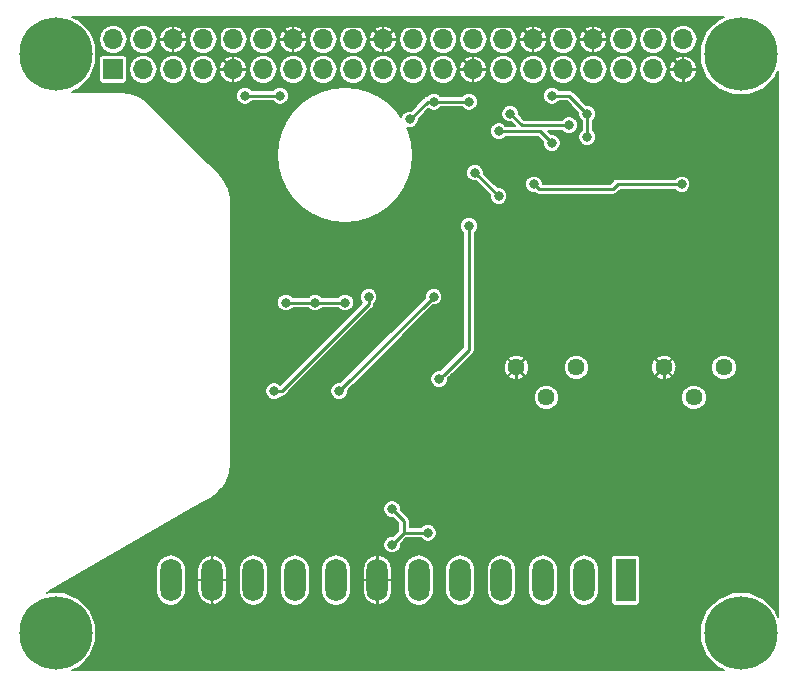
<source format=gbr>
G04 #@! TF.GenerationSoftware,KiCad,Pcbnew,(6.0.0-rc1-dev-1307-g4363cc0be)*
G04 #@! TF.CreationDate,2019-01-13T15:25:34+01:00
G04 #@! TF.ProjectId,authbox-relay-driver,61757468-626f-4782-9d72-656c61792d64,rev?*
G04 #@! TF.SameCoordinates,Original*
G04 #@! TF.FileFunction,Copper,L2,Bot*
G04 #@! TF.FilePolarity,Positive*
%FSLAX46Y46*%
G04 Gerber Fmt 4.6, Leading zero omitted, Abs format (unit mm)*
G04 Created by KiCad (PCBNEW (6.0.0-rc1-dev-1307-g4363cc0be)) date Sun 13 Jan 2019 03:25:34 PM CET*
%MOMM*%
%LPD*%
G04 APERTURE LIST*
G04 #@! TA.AperFunction,ComponentPad*
%ADD10R,1.700000X1.700000*%
G04 #@! TD*
G04 #@! TA.AperFunction,ComponentPad*
%ADD11O,1.700000X1.700000*%
G04 #@! TD*
G04 #@! TA.AperFunction,ComponentPad*
%ADD12O,1.800000X3.600000*%
G04 #@! TD*
G04 #@! TA.AperFunction,ComponentPad*
%ADD13R,1.800000X3.600000*%
G04 #@! TD*
G04 #@! TA.AperFunction,ComponentPad*
%ADD14C,1.440000*%
G04 #@! TD*
G04 #@! TA.AperFunction,ViaPad*
%ADD15C,6.200000*%
G04 #@! TD*
G04 #@! TA.AperFunction,ViaPad*
%ADD16C,0.800000*%
G04 #@! TD*
G04 #@! TA.AperFunction,Conductor*
%ADD17C,0.250000*%
G04 #@! TD*
G04 #@! TA.AperFunction,Conductor*
%ADD18C,0.200000*%
G04 #@! TD*
G04 APERTURE END LIST*
D10*
G04 #@! TO.P,J1,1*
G04 #@! TO.N,+3V3*
X121920000Y-91440000D03*
D11*
G04 #@! TO.P,J1,2*
G04 #@! TO.N,+5V*
X121920000Y-88900000D03*
G04 #@! TO.P,J1,3*
G04 #@! TO.N,Net-(J1-Pad3)*
X124460000Y-91440000D03*
G04 #@! TO.P,J1,4*
G04 #@! TO.N,+5V*
X124460000Y-88900000D03*
G04 #@! TO.P,J1,5*
G04 #@! TO.N,Net-(J1-Pad5)*
X127000000Y-91440000D03*
G04 #@! TO.P,J1,6*
G04 #@! TO.N,GND*
X127000000Y-88900000D03*
G04 #@! TO.P,J1,7*
G04 #@! TO.N,Net-(J1-Pad7)*
X129540000Y-91440000D03*
G04 #@! TO.P,J1,8*
G04 #@! TO.N,Net-(J1-Pad8)*
X129540000Y-88900000D03*
G04 #@! TO.P,J1,9*
G04 #@! TO.N,GND*
X132080000Y-91440000D03*
G04 #@! TO.P,J1,10*
G04 #@! TO.N,Net-(J1-Pad10)*
X132080000Y-88900000D03*
G04 #@! TO.P,J1,11*
G04 #@! TO.N,B1_LOGIC*
X134620000Y-91440000D03*
G04 #@! TO.P,J1,12*
G04 #@! TO.N,Net-(J1-Pad12)*
X134620000Y-88900000D03*
G04 #@! TO.P,J1,13*
G04 #@! TO.N,Net-(J1-Pad13)*
X137160000Y-91440000D03*
G04 #@! TO.P,J1,14*
G04 #@! TO.N,GND*
X137160000Y-88900000D03*
G04 #@! TO.P,J1,15*
G04 #@! TO.N,Net-(J1-Pad15)*
X139700000Y-91440000D03*
G04 #@! TO.P,J1,16*
G04 #@! TO.N,CURRENT1*
X139700000Y-88900000D03*
G04 #@! TO.P,J1,17*
G04 #@! TO.N,+3V3*
X142240000Y-91440000D03*
G04 #@! TO.P,J1,18*
G04 #@! TO.N,CURRENT2*
X142240000Y-88900000D03*
G04 #@! TO.P,J1,19*
G04 #@! TO.N,Net-(J1-Pad19)*
X144780000Y-91440000D03*
G04 #@! TO.P,J1,20*
G04 #@! TO.N,GND*
X144780000Y-88900000D03*
G04 #@! TO.P,J1,21*
G04 #@! TO.N,Net-(J1-Pad21)*
X147320000Y-91440000D03*
G04 #@! TO.P,J1,22*
G04 #@! TO.N,Net-(J1-Pad22)*
X147320000Y-88900000D03*
G04 #@! TO.P,J1,23*
G04 #@! TO.N,Net-(J1-Pad23)*
X149860000Y-91440000D03*
G04 #@! TO.P,J1,24*
G04 #@! TO.N,Net-(J1-Pad24)*
X149860000Y-88900000D03*
G04 #@! TO.P,J1,25*
G04 #@! TO.N,GND*
X152400000Y-91440000D03*
G04 #@! TO.P,J1,26*
G04 #@! TO.N,Net-(J1-Pad26)*
X152400000Y-88900000D03*
G04 #@! TO.P,J1,27*
G04 #@! TO.N,Net-(J1-Pad27)*
X154940000Y-91440000D03*
G04 #@! TO.P,J1,28*
G04 #@! TO.N,Net-(J1-Pad28)*
X154940000Y-88900000D03*
G04 #@! TO.P,J1,29*
G04 #@! TO.N,Net-(J1-Pad29)*
X157480000Y-91440000D03*
G04 #@! TO.P,J1,30*
G04 #@! TO.N,GND*
X157480000Y-88900000D03*
G04 #@! TO.P,J1,31*
G04 #@! TO.N,Net-(J1-Pad31)*
X160020000Y-91440000D03*
G04 #@! TO.P,J1,32*
G04 #@! TO.N,Net-(J1-Pad32)*
X160020000Y-88900000D03*
G04 #@! TO.P,J1,33*
G04 #@! TO.N,Net-(J1-Pad33)*
X162560000Y-91440000D03*
G04 #@! TO.P,J1,34*
G04 #@! TO.N,GND*
X162560000Y-88900000D03*
G04 #@! TO.P,J1,35*
G04 #@! TO.N,Net-(J1-Pad35)*
X165100000Y-91440000D03*
G04 #@! TO.P,J1,36*
G04 #@! TO.N,Net-(J1-Pad36)*
X165100000Y-88900000D03*
G04 #@! TO.P,J1,37*
G04 #@! TO.N,L2_LOGIC*
X167640000Y-91440000D03*
G04 #@! TO.P,J1,38*
G04 #@! TO.N,L1_LOGIC*
X167640000Y-88900000D03*
G04 #@! TO.P,J1,39*
G04 #@! TO.N,GND*
X170180000Y-91440000D03*
G04 #@! TO.P,J1,40*
G04 #@! TO.N,HC_LOGIC*
X170180000Y-88900000D03*
G04 #@! TD*
D12*
G04 #@! TO.P,J2,12*
G04 #@! TO.N,+5V*
X126800000Y-134670000D03*
G04 #@! TO.P,J2,11*
G04 #@! TO.N,GND*
X130300000Y-134670000D03*
G04 #@! TO.P,J2,10*
G04 #@! TO.N,LAMP1*
X133800000Y-134670000D03*
G04 #@! TO.P,J2,9*
G04 #@! TO.N,LAMP2*
X137300000Y-134670000D03*
G04 #@! TO.P,J2,8*
G04 #@! TO.N,+5V*
X140800000Y-134670000D03*
G04 #@! TO.P,J2,7*
G04 #@! TO.N,GND*
X144300000Y-134670000D03*
G04 #@! TO.P,J2,6*
G04 #@! TO.N,B1_LOGIC*
X147800000Y-134670000D03*
G04 #@! TO.P,J2,5*
G04 #@! TO.N,Net-(J2-Pad5)*
X151300000Y-134670000D03*
G04 #@! TO.P,J2,4*
G04 #@! TO.N,/current-sense/CURR_A*
X154800000Y-134670000D03*
G04 #@! TO.P,J2,3*
G04 #@! TO.N,/current-sense/CURR_B*
X158300000Y-134670000D03*
G04 #@! TO.P,J2,2*
G04 #@! TO.N,/sheet5C9BD5B1/CURR_A*
X161800000Y-134670000D03*
D13*
G04 #@! TO.P,J2,1*
G04 #@! TO.N,/sheet5C9BD5B1/CURR_B*
X165300000Y-134670000D03*
G04 #@! TD*
D14*
G04 #@! TO.P,RV2,1*
G04 #@! TO.N,GND*
X168550000Y-116670000D03*
G04 #@! TO.P,RV2,2*
G04 #@! TO.N,Net-(C3-Pad1)*
X171090000Y-119210000D03*
G04 #@! TO.P,RV2,3*
X173630000Y-116670000D03*
G04 #@! TD*
G04 #@! TO.P,RV1,1*
G04 #@! TO.N,GND*
X156050000Y-116670000D03*
G04 #@! TO.P,RV1,2*
G04 #@! TO.N,Net-(C1-Pad1)*
X158590000Y-119210000D03*
G04 #@! TO.P,RV1,3*
X161130000Y-116670000D03*
G04 #@! TD*
D15*
G04 #@! TO.N,*
X117050000Y-90170000D03*
X117050000Y-139170000D03*
X175050000Y-139170000D03*
X175050000Y-90170000D03*
D16*
G04 #@! TO.N,GND*
X159050000Y-122170000D03*
X171550000Y-122170000D03*
X175550000Y-100670000D03*
X147550000Y-127670000D03*
X147550000Y-120670000D03*
X168050000Y-125170000D03*
X165050000Y-124170000D03*
X164550000Y-108170000D03*
X177050000Y-108170000D03*
X160550000Y-111170000D03*
X161550000Y-114670000D03*
X174050000Y-114670000D03*
X173050000Y-111170000D03*
X154550000Y-127170000D03*
X156050000Y-128670000D03*
X168550000Y-128670000D03*
X167050000Y-127170000D03*
X140050000Y-123670000D03*
X134550000Y-123670000D03*
X170050000Y-108670000D03*
X153550000Y-141670000D03*
X171050000Y-141670000D03*
X177550000Y-135170000D03*
X153550000Y-118170000D03*
X163050000Y-100670000D03*
G04 #@! TO.N,+3V3*
X133050000Y-93670000D03*
X136050000Y-93670000D03*
G04 #@! TO.N,+5V*
X157550000Y-101170000D03*
X170050000Y-101170000D03*
X139050000Y-111170000D03*
X136550000Y-111170000D03*
X141550000Y-111170000D03*
X147050000Y-95670000D03*
X149050000Y-94170000D03*
X152050000Y-94170000D03*
X154550000Y-102170000D03*
X152550000Y-100170000D03*
X162050000Y-95170000D03*
X159050000Y-93670000D03*
X162050000Y-97170000D03*
X148550000Y-130670000D03*
X145550000Y-131670000D03*
X145550000Y-128670000D03*
G04 #@! TO.N,L2_LOGIC*
X141050000Y-118670000D03*
X149050000Y-110670000D03*
G04 #@! TO.N,L1_LOGIC*
X135550000Y-118670000D03*
X143550000Y-110670000D03*
G04 #@! TO.N,HC_LOGIC*
X152050000Y-104670000D03*
X149534991Y-117670000D03*
G04 #@! TO.N,CURRENT1*
X159050000Y-97670000D03*
X154550000Y-96670000D03*
G04 #@! TO.N,CURRENT2*
X160550000Y-96170000D03*
X155550000Y-95170000D03*
G04 #@! TD*
D17*
G04 #@! TO.N,GND*
X159050000Y-122170000D02*
X156050000Y-119170000D01*
X156050000Y-119170000D02*
X156050000Y-116670000D01*
X168550000Y-119170000D02*
X168550000Y-116670000D01*
X171550000Y-122170000D02*
X168550000Y-119170000D01*
X136310001Y-88050001D02*
X137160000Y-88900000D01*
X135984999Y-87724999D02*
X136310001Y-88050001D01*
X127000000Y-88900000D02*
X128175001Y-87724999D01*
X138335001Y-87724999D02*
X143604999Y-87724999D01*
X143930001Y-88050001D02*
X144780000Y-88900000D01*
X143604999Y-87724999D02*
X143930001Y-88050001D01*
X137160000Y-88900000D02*
X138335001Y-87724999D01*
X156630001Y-88050001D02*
X157480000Y-88900000D01*
X156304999Y-87724999D02*
X156630001Y-88050001D01*
X144780000Y-88900000D02*
X145955001Y-87724999D01*
X151050000Y-90090000D02*
X151050000Y-87724999D01*
X152400000Y-91440000D02*
X151050000Y-90090000D01*
X145955001Y-87724999D02*
X151050000Y-87724999D01*
X151050000Y-87724999D02*
X156304999Y-87724999D01*
X128175001Y-87724999D02*
X131050000Y-87724999D01*
X130904999Y-87870000D02*
X131050000Y-87724999D01*
X130904999Y-90264999D02*
X130904999Y-87870000D01*
X132080000Y-91440000D02*
X130904999Y-90264999D01*
X131050000Y-87724999D02*
X135984999Y-87724999D01*
X170180000Y-91440000D02*
X170180000Y-95300000D01*
X170180000Y-95300000D02*
X175550000Y-100670000D01*
X161710001Y-88050001D02*
X162560000Y-88900000D01*
X161384999Y-87724999D02*
X161710001Y-88050001D01*
X158655001Y-87724999D02*
X161384999Y-87724999D01*
X157480000Y-88900000D02*
X158655001Y-87724999D01*
X169330001Y-90590001D02*
X170180000Y-91440000D01*
X169004999Y-90264999D02*
X169330001Y-90590001D01*
X168204001Y-87724999D02*
X169004999Y-88525997D01*
X169004999Y-88525997D02*
X169004999Y-90264999D01*
X163735001Y-87724999D02*
X168204001Y-87724999D01*
X162560000Y-88900000D02*
X163735001Y-87724999D01*
X156050000Y-119170000D02*
X149050000Y-119170000D01*
X149050000Y-119170000D02*
X147550000Y-120670000D01*
X168050000Y-125170000D02*
X166050000Y-125170000D01*
X166050000Y-125170000D02*
X165050000Y-124170000D01*
G04 #@! TO.N,+3V3*
X133050000Y-93670000D02*
X136050000Y-93670000D01*
G04 #@! TO.N,+5V*
X139050000Y-111170000D02*
X136550000Y-111170000D01*
X141550000Y-111170000D02*
X139050000Y-111170000D01*
X148550000Y-94170000D02*
X149050000Y-94170000D01*
X147050000Y-95670000D02*
X148550000Y-94170000D01*
X152050000Y-94170000D02*
X149050000Y-94170000D01*
X152550000Y-100170000D02*
X154550000Y-102170000D01*
X160550000Y-93670000D02*
X162050000Y-95170000D01*
X159050000Y-93670000D02*
X160550000Y-93670000D01*
X162050000Y-95170000D02*
X162050000Y-97170000D01*
X148550000Y-130670000D02*
X146550000Y-130670000D01*
X146550000Y-130670000D02*
X145550000Y-131670000D01*
X164623002Y-101170000D02*
X169484315Y-101170000D01*
X169484315Y-101170000D02*
X170050000Y-101170000D01*
X164223003Y-101569999D02*
X164623002Y-101170000D01*
X157949999Y-101569999D02*
X164223003Y-101569999D01*
X157550000Y-101170000D02*
X157949999Y-101569999D01*
X146550000Y-129670000D02*
X145550000Y-128670000D01*
X146550000Y-130670000D02*
X146550000Y-129670000D01*
G04 #@! TO.N,L2_LOGIC*
X141050000Y-118670000D02*
X149050000Y-110670000D01*
G04 #@! TO.N,L1_LOGIC*
X135550000Y-118670000D02*
X136186410Y-118670000D01*
X143550000Y-111306410D02*
X143550000Y-111235685D01*
X143550000Y-111235685D02*
X143550000Y-110670000D01*
X136186410Y-118670000D02*
X143550000Y-111306410D01*
G04 #@! TO.N,HC_LOGIC*
X152050000Y-115154991D02*
X149934990Y-117270001D01*
X149934990Y-117270001D02*
X149534991Y-117670000D01*
X152050000Y-104670000D02*
X152050000Y-115154991D01*
G04 #@! TO.N,CURRENT1*
X159050000Y-97670000D02*
X158050000Y-96670000D01*
X158050000Y-96670000D02*
X154550000Y-96670000D01*
G04 #@! TO.N,CURRENT2*
X160550000Y-96170000D02*
X156550000Y-96170000D01*
X156550000Y-96170000D02*
X155550000Y-95170000D01*
G04 #@! TD*
D18*
G04 #@! TO.N,GND*
G36*
X173095732Y-87245232D02*
G01*
X172125232Y-88215732D01*
X171600000Y-89483752D01*
X171600000Y-90856248D01*
X172125232Y-92124268D01*
X173095732Y-93094768D01*
X174363752Y-93620000D01*
X175736248Y-93620000D01*
X177004268Y-93094768D01*
X177974768Y-92124268D01*
X178200001Y-91580508D01*
X178200000Y-137759489D01*
X177974768Y-137215732D01*
X177004268Y-136245232D01*
X175736248Y-135720000D01*
X174363752Y-135720000D01*
X173095732Y-136245232D01*
X172125232Y-137215732D01*
X171600000Y-138483752D01*
X171600000Y-139856248D01*
X172125232Y-141124268D01*
X173095732Y-142094768D01*
X173639489Y-142320000D01*
X118460511Y-142320000D01*
X119004268Y-142094768D01*
X119974768Y-141124268D01*
X120500000Y-139856248D01*
X120500000Y-138483752D01*
X119974768Y-137215732D01*
X119004268Y-136245232D01*
X117736248Y-135720000D01*
X116363752Y-135720000D01*
X116348874Y-135726163D01*
X116406126Y-135693108D01*
X125550000Y-135693108D01*
X125622527Y-136057724D01*
X125898801Y-136471199D01*
X126312275Y-136747473D01*
X126800000Y-136844488D01*
X127287724Y-136747473D01*
X127701199Y-136471199D01*
X127977473Y-136057725D01*
X128050000Y-135693109D01*
X128050000Y-134695000D01*
X129050000Y-134695000D01*
X129050000Y-135595000D01*
X129154718Y-136071451D01*
X129433794Y-136471561D01*
X129844742Y-136734416D01*
X130079804Y-136800453D01*
X130275000Y-136732231D01*
X130275000Y-134695000D01*
X130325000Y-134695000D01*
X130325000Y-136732231D01*
X130520196Y-136800453D01*
X130755258Y-136734416D01*
X131166206Y-136471561D01*
X131445282Y-136071451D01*
X131528437Y-135693108D01*
X132550000Y-135693108D01*
X132622527Y-136057724D01*
X132898801Y-136471199D01*
X133312275Y-136747473D01*
X133800000Y-136844488D01*
X134287724Y-136747473D01*
X134701199Y-136471199D01*
X134977473Y-136057725D01*
X135050000Y-135693109D01*
X135050000Y-135693108D01*
X136050000Y-135693108D01*
X136122527Y-136057724D01*
X136398801Y-136471199D01*
X136812275Y-136747473D01*
X137300000Y-136844488D01*
X137787724Y-136747473D01*
X138201199Y-136471199D01*
X138477473Y-136057725D01*
X138550000Y-135693109D01*
X138550000Y-135693108D01*
X139550000Y-135693108D01*
X139622527Y-136057724D01*
X139898801Y-136471199D01*
X140312275Y-136747473D01*
X140800000Y-136844488D01*
X141287724Y-136747473D01*
X141701199Y-136471199D01*
X141977473Y-136057725D01*
X142050000Y-135693109D01*
X142050000Y-134695000D01*
X143050000Y-134695000D01*
X143050000Y-135595000D01*
X143154718Y-136071451D01*
X143433794Y-136471561D01*
X143844742Y-136734416D01*
X144079804Y-136800453D01*
X144275000Y-136732231D01*
X144275000Y-134695000D01*
X144325000Y-134695000D01*
X144325000Y-136732231D01*
X144520196Y-136800453D01*
X144755258Y-136734416D01*
X145166206Y-136471561D01*
X145445282Y-136071451D01*
X145528437Y-135693108D01*
X146550000Y-135693108D01*
X146622527Y-136057724D01*
X146898801Y-136471199D01*
X147312275Y-136747473D01*
X147800000Y-136844488D01*
X148287724Y-136747473D01*
X148701199Y-136471199D01*
X148977473Y-136057725D01*
X149050000Y-135693109D01*
X149050000Y-135693108D01*
X150050000Y-135693108D01*
X150122527Y-136057724D01*
X150398801Y-136471199D01*
X150812275Y-136747473D01*
X151300000Y-136844488D01*
X151787724Y-136747473D01*
X152201199Y-136471199D01*
X152477473Y-136057725D01*
X152550000Y-135693109D01*
X152550000Y-135693108D01*
X153550000Y-135693108D01*
X153622527Y-136057724D01*
X153898801Y-136471199D01*
X154312275Y-136747473D01*
X154800000Y-136844488D01*
X155287724Y-136747473D01*
X155701199Y-136471199D01*
X155977473Y-136057725D01*
X156050000Y-135693109D01*
X156050000Y-135693108D01*
X157050000Y-135693108D01*
X157122527Y-136057724D01*
X157398801Y-136471199D01*
X157812275Y-136747473D01*
X158300000Y-136844488D01*
X158787724Y-136747473D01*
X159201199Y-136471199D01*
X159477473Y-136057725D01*
X159550000Y-135693109D01*
X159550000Y-135693108D01*
X160550000Y-135693108D01*
X160622527Y-136057724D01*
X160898801Y-136471199D01*
X161312275Y-136747473D01*
X161800000Y-136844488D01*
X162287724Y-136747473D01*
X162701199Y-136471199D01*
X162977473Y-136057725D01*
X163050000Y-135693109D01*
X163050000Y-133646891D01*
X162977473Y-133282275D01*
X162702001Y-132870000D01*
X164043144Y-132870000D01*
X164043144Y-136470000D01*
X164070308Y-136606563D01*
X164147665Y-136722335D01*
X164263437Y-136799692D01*
X164400000Y-136826856D01*
X166200000Y-136826856D01*
X166336563Y-136799692D01*
X166452335Y-136722335D01*
X166529692Y-136606563D01*
X166556856Y-136470000D01*
X166556856Y-132870000D01*
X166529692Y-132733437D01*
X166452335Y-132617665D01*
X166336563Y-132540308D01*
X166200000Y-132513144D01*
X164400000Y-132513144D01*
X164263437Y-132540308D01*
X164147665Y-132617665D01*
X164070308Y-132733437D01*
X164043144Y-132870000D01*
X162702001Y-132870000D01*
X162701199Y-132868801D01*
X162287725Y-132592527D01*
X161800000Y-132495512D01*
X161312276Y-132592527D01*
X160898802Y-132868801D01*
X160622528Y-133282275D01*
X160550001Y-133646891D01*
X160550000Y-135693108D01*
X159550000Y-135693108D01*
X159550000Y-133646891D01*
X159477473Y-133282275D01*
X159201199Y-132868801D01*
X158787725Y-132592527D01*
X158300000Y-132495512D01*
X157812276Y-132592527D01*
X157398802Y-132868801D01*
X157122528Y-133282275D01*
X157050001Y-133646891D01*
X157050000Y-135693108D01*
X156050000Y-135693108D01*
X156050000Y-133646891D01*
X155977473Y-133282275D01*
X155701199Y-132868801D01*
X155287725Y-132592527D01*
X154800000Y-132495512D01*
X154312276Y-132592527D01*
X153898802Y-132868801D01*
X153622528Y-133282275D01*
X153550001Y-133646891D01*
X153550000Y-135693108D01*
X152550000Y-135693108D01*
X152550000Y-133646891D01*
X152477473Y-133282275D01*
X152201199Y-132868801D01*
X151787725Y-132592527D01*
X151300000Y-132495512D01*
X150812276Y-132592527D01*
X150398802Y-132868801D01*
X150122528Y-133282275D01*
X150050001Y-133646891D01*
X150050000Y-135693108D01*
X149050000Y-135693108D01*
X149050000Y-133646891D01*
X148977473Y-133282275D01*
X148701199Y-132868801D01*
X148287725Y-132592527D01*
X147800000Y-132495512D01*
X147312276Y-132592527D01*
X146898802Y-132868801D01*
X146622528Y-133282275D01*
X146550001Y-133646891D01*
X146550000Y-135693108D01*
X145528437Y-135693108D01*
X145550000Y-135595000D01*
X145550000Y-134695000D01*
X144325000Y-134695000D01*
X144275000Y-134695000D01*
X143050000Y-134695000D01*
X142050000Y-134695000D01*
X142050000Y-133745000D01*
X143050000Y-133745000D01*
X143050000Y-134645000D01*
X144275000Y-134645000D01*
X144275000Y-132607769D01*
X144325000Y-132607769D01*
X144325000Y-134645000D01*
X145550000Y-134645000D01*
X145550000Y-133745000D01*
X145445282Y-133268549D01*
X145166206Y-132868439D01*
X144755258Y-132605584D01*
X144520196Y-132539547D01*
X144325000Y-132607769D01*
X144275000Y-132607769D01*
X144079804Y-132539547D01*
X143844742Y-132605584D01*
X143433794Y-132868439D01*
X143154718Y-133268549D01*
X143050000Y-133745000D01*
X142050000Y-133745000D01*
X142050000Y-133646891D01*
X141977473Y-133282275D01*
X141701199Y-132868801D01*
X141287725Y-132592527D01*
X140800000Y-132495512D01*
X140312276Y-132592527D01*
X139898802Y-132868801D01*
X139622528Y-133282275D01*
X139550001Y-133646891D01*
X139550000Y-135693108D01*
X138550000Y-135693108D01*
X138550000Y-133646891D01*
X138477473Y-133282275D01*
X138201199Y-132868801D01*
X137787725Y-132592527D01*
X137300000Y-132495512D01*
X136812276Y-132592527D01*
X136398802Y-132868801D01*
X136122528Y-133282275D01*
X136050001Y-133646891D01*
X136050000Y-135693108D01*
X135050000Y-135693108D01*
X135050000Y-133646891D01*
X134977473Y-133282275D01*
X134701199Y-132868801D01*
X134287725Y-132592527D01*
X133800000Y-132495512D01*
X133312276Y-132592527D01*
X132898802Y-132868801D01*
X132622528Y-133282275D01*
X132550001Y-133646891D01*
X132550000Y-135693108D01*
X131528437Y-135693108D01*
X131550000Y-135595000D01*
X131550000Y-134695000D01*
X130325000Y-134695000D01*
X130275000Y-134695000D01*
X129050000Y-134695000D01*
X128050000Y-134695000D01*
X128050000Y-133745000D01*
X129050000Y-133745000D01*
X129050000Y-134645000D01*
X130275000Y-134645000D01*
X130275000Y-132607769D01*
X130325000Y-132607769D01*
X130325000Y-134645000D01*
X131550000Y-134645000D01*
X131550000Y-133745000D01*
X131445282Y-133268549D01*
X131166206Y-132868439D01*
X130755258Y-132605584D01*
X130520196Y-132539547D01*
X130325000Y-132607769D01*
X130275000Y-132607769D01*
X130079804Y-132539547D01*
X129844742Y-132605584D01*
X129433794Y-132868439D01*
X129154718Y-133268549D01*
X129050000Y-133745000D01*
X128050000Y-133745000D01*
X128050000Y-133646891D01*
X127977473Y-133282275D01*
X127701199Y-132868801D01*
X127287725Y-132592527D01*
X126800000Y-132495512D01*
X126312276Y-132592527D01*
X125898802Y-132868801D01*
X125622528Y-133282275D01*
X125550001Y-133646891D01*
X125550000Y-135693108D01*
X116406126Y-135693108D01*
X128828902Y-128520816D01*
X144800000Y-128520816D01*
X144800000Y-128819184D01*
X144914181Y-129094841D01*
X145125159Y-129305819D01*
X145400816Y-129420000D01*
X145628250Y-129420000D01*
X146075001Y-129866752D01*
X146075000Y-130473249D01*
X145628250Y-130920000D01*
X145400816Y-130920000D01*
X145125159Y-131034181D01*
X144914181Y-131245159D01*
X144800000Y-131520816D01*
X144800000Y-131819184D01*
X144914181Y-132094841D01*
X145125159Y-132305819D01*
X145400816Y-132420000D01*
X145699184Y-132420000D01*
X145974841Y-132305819D01*
X146185819Y-132094841D01*
X146300000Y-131819184D01*
X146300000Y-131591750D01*
X146746751Y-131145000D01*
X147964340Y-131145000D01*
X148125159Y-131305819D01*
X148400816Y-131420000D01*
X148699184Y-131420000D01*
X148974841Y-131305819D01*
X149185819Y-131094841D01*
X149300000Y-130819184D01*
X149300000Y-130520816D01*
X149185819Y-130245159D01*
X148974841Y-130034181D01*
X148699184Y-129920000D01*
X148400816Y-129920000D01*
X148125159Y-130034181D01*
X147964340Y-130195000D01*
X147025000Y-130195000D01*
X147025000Y-129716775D01*
X147034304Y-129670000D01*
X147025000Y-129623225D01*
X147025000Y-129623221D01*
X146997439Y-129484665D01*
X146997439Y-129484664D01*
X146918953Y-129367202D01*
X146892455Y-129327545D01*
X146852798Y-129301047D01*
X146300000Y-128748250D01*
X146300000Y-128520816D01*
X146185819Y-128245159D01*
X145974841Y-128034181D01*
X145699184Y-127920000D01*
X145400816Y-127920000D01*
X145125159Y-128034181D01*
X144914181Y-128245159D01*
X144800000Y-128520816D01*
X128828902Y-128520816D01*
X130254850Y-127697545D01*
X130262711Y-127690651D01*
X130539739Y-127507985D01*
X130546665Y-127502163D01*
X130554521Y-127497682D01*
X130587774Y-127469879D01*
X131092197Y-126992034D01*
X131104361Y-126977486D01*
X131118231Y-126964552D01*
X131144188Y-126929854D01*
X131144195Y-126929846D01*
X131144197Y-126929842D01*
X131525162Y-126348774D01*
X131533655Y-126331814D01*
X131544175Y-126316040D01*
X131561459Y-126276291D01*
X131798533Y-125623164D01*
X131802895Y-125604709D01*
X131809506Y-125586934D01*
X131817181Y-125544275D01*
X131896018Y-124868071D01*
X131899998Y-124848063D01*
X131899998Y-118520816D01*
X134800000Y-118520816D01*
X134800000Y-118819184D01*
X134914181Y-119094841D01*
X135125159Y-119305819D01*
X135400816Y-119420000D01*
X135699184Y-119420000D01*
X135974841Y-119305819D01*
X136135660Y-119145000D01*
X136139636Y-119145000D01*
X136186410Y-119154304D01*
X136233184Y-119145000D01*
X136233189Y-119145000D01*
X136371745Y-119117439D01*
X136528865Y-119012455D01*
X136555365Y-118972795D01*
X137007344Y-118520816D01*
X140300000Y-118520816D01*
X140300000Y-118819184D01*
X140414181Y-119094841D01*
X140625159Y-119305819D01*
X140900816Y-119420000D01*
X141199184Y-119420000D01*
X141474841Y-119305819D01*
X141685819Y-119094841D01*
X141726278Y-118997164D01*
X157520000Y-118997164D01*
X157520000Y-119422836D01*
X157682897Y-119816107D01*
X157983893Y-120117103D01*
X158377164Y-120280000D01*
X158802836Y-120280000D01*
X159196107Y-120117103D01*
X159497103Y-119816107D01*
X159660000Y-119422836D01*
X159660000Y-118997164D01*
X170020000Y-118997164D01*
X170020000Y-119422836D01*
X170182897Y-119816107D01*
X170483893Y-120117103D01*
X170877164Y-120280000D01*
X171302836Y-120280000D01*
X171696107Y-120117103D01*
X171997103Y-119816107D01*
X172160000Y-119422836D01*
X172160000Y-118997164D01*
X171997103Y-118603893D01*
X171696107Y-118302897D01*
X171302836Y-118140000D01*
X170877164Y-118140000D01*
X170483893Y-118302897D01*
X170182897Y-118603893D01*
X170020000Y-118997164D01*
X159660000Y-118997164D01*
X159497103Y-118603893D01*
X159196107Y-118302897D01*
X158802836Y-118140000D01*
X158377164Y-118140000D01*
X157983893Y-118302897D01*
X157682897Y-118603893D01*
X157520000Y-118997164D01*
X141726278Y-118997164D01*
X141800000Y-118819184D01*
X141800000Y-118591750D01*
X142870934Y-117520816D01*
X148784991Y-117520816D01*
X148784991Y-117819184D01*
X148899172Y-118094841D01*
X149110150Y-118305819D01*
X149385807Y-118420000D01*
X149684175Y-118420000D01*
X149959832Y-118305819D01*
X150170810Y-118094841D01*
X150284991Y-117819184D01*
X150284991Y-117591751D01*
X150303943Y-117572799D01*
X150303945Y-117572796D01*
X150479728Y-117397013D01*
X155358342Y-117397013D01*
X155429142Y-117567071D01*
X155819696Y-117736377D01*
X156245311Y-117743337D01*
X156641193Y-117586892D01*
X156670858Y-117567071D01*
X156741658Y-117397013D01*
X156050000Y-116705355D01*
X155358342Y-117397013D01*
X150479728Y-117397013D01*
X151011430Y-116865311D01*
X154976663Y-116865311D01*
X155133108Y-117261193D01*
X155152929Y-117290858D01*
X155322987Y-117361658D01*
X156014645Y-116670000D01*
X156085355Y-116670000D01*
X156777013Y-117361658D01*
X156947071Y-117290858D01*
X157116377Y-116900304D01*
X157123337Y-116474689D01*
X157116412Y-116457164D01*
X160060000Y-116457164D01*
X160060000Y-116882836D01*
X160222897Y-117276107D01*
X160523893Y-117577103D01*
X160917164Y-117740000D01*
X161342836Y-117740000D01*
X161736107Y-117577103D01*
X161916197Y-117397013D01*
X167858342Y-117397013D01*
X167929142Y-117567071D01*
X168319696Y-117736377D01*
X168745311Y-117743337D01*
X169141193Y-117586892D01*
X169170858Y-117567071D01*
X169241658Y-117397013D01*
X168550000Y-116705355D01*
X167858342Y-117397013D01*
X161916197Y-117397013D01*
X162037103Y-117276107D01*
X162200000Y-116882836D01*
X162200000Y-116865311D01*
X167476663Y-116865311D01*
X167633108Y-117261193D01*
X167652929Y-117290858D01*
X167822987Y-117361658D01*
X168514645Y-116670000D01*
X168585355Y-116670000D01*
X169277013Y-117361658D01*
X169447071Y-117290858D01*
X169616377Y-116900304D01*
X169623337Y-116474689D01*
X169616412Y-116457164D01*
X172560000Y-116457164D01*
X172560000Y-116882836D01*
X172722897Y-117276107D01*
X173023893Y-117577103D01*
X173417164Y-117740000D01*
X173842836Y-117740000D01*
X174236107Y-117577103D01*
X174537103Y-117276107D01*
X174700000Y-116882836D01*
X174700000Y-116457164D01*
X174537103Y-116063893D01*
X174236107Y-115762897D01*
X173842836Y-115600000D01*
X173417164Y-115600000D01*
X173023893Y-115762897D01*
X172722897Y-116063893D01*
X172560000Y-116457164D01*
X169616412Y-116457164D01*
X169466892Y-116078807D01*
X169447071Y-116049142D01*
X169277013Y-115978342D01*
X168585355Y-116670000D01*
X168514645Y-116670000D01*
X167822987Y-115978342D01*
X167652929Y-116049142D01*
X167483623Y-116439696D01*
X167476663Y-116865311D01*
X162200000Y-116865311D01*
X162200000Y-116457164D01*
X162037103Y-116063893D01*
X161916197Y-115942987D01*
X167858342Y-115942987D01*
X168550000Y-116634645D01*
X169241658Y-115942987D01*
X169170858Y-115772929D01*
X168780304Y-115603623D01*
X168354689Y-115596663D01*
X167958807Y-115753108D01*
X167929142Y-115772929D01*
X167858342Y-115942987D01*
X161916197Y-115942987D01*
X161736107Y-115762897D01*
X161342836Y-115600000D01*
X160917164Y-115600000D01*
X160523893Y-115762897D01*
X160222897Y-116063893D01*
X160060000Y-116457164D01*
X157116412Y-116457164D01*
X156966892Y-116078807D01*
X156947071Y-116049142D01*
X156777013Y-115978342D01*
X156085355Y-116670000D01*
X156014645Y-116670000D01*
X155322987Y-115978342D01*
X155152929Y-116049142D01*
X154983623Y-116439696D01*
X154976663Y-116865311D01*
X151011430Y-116865311D01*
X151933754Y-115942987D01*
X155358342Y-115942987D01*
X156050000Y-116634645D01*
X156741658Y-115942987D01*
X156670858Y-115772929D01*
X156280304Y-115603623D01*
X155854689Y-115596663D01*
X155458807Y-115753108D01*
X155429142Y-115772929D01*
X155358342Y-115942987D01*
X151933754Y-115942987D01*
X152352798Y-115523944D01*
X152392455Y-115497446D01*
X152497439Y-115340326D01*
X152525000Y-115201770D01*
X152525000Y-115201765D01*
X152534304Y-115154991D01*
X152525000Y-115108217D01*
X152525000Y-105255660D01*
X152685819Y-105094841D01*
X152800000Y-104819184D01*
X152800000Y-104520816D01*
X152685819Y-104245159D01*
X152474841Y-104034181D01*
X152199184Y-103920000D01*
X151900816Y-103920000D01*
X151625159Y-104034181D01*
X151414181Y-104245159D01*
X151300000Y-104520816D01*
X151300000Y-104819184D01*
X151414181Y-105094841D01*
X151575000Y-105255660D01*
X151575001Y-114958239D01*
X149632195Y-116901046D01*
X149632192Y-116901048D01*
X149613240Y-116920000D01*
X149385807Y-116920000D01*
X149110150Y-117034181D01*
X148899172Y-117245159D01*
X148784991Y-117520816D01*
X142870934Y-117520816D01*
X148971752Y-111420000D01*
X149199184Y-111420000D01*
X149474841Y-111305819D01*
X149685819Y-111094841D01*
X149800000Y-110819184D01*
X149800000Y-110520816D01*
X149685819Y-110245159D01*
X149474841Y-110034181D01*
X149199184Y-109920000D01*
X148900816Y-109920000D01*
X148625159Y-110034181D01*
X148414181Y-110245159D01*
X148300000Y-110520816D01*
X148300000Y-110748248D01*
X141128250Y-117920000D01*
X140900816Y-117920000D01*
X140625159Y-118034181D01*
X140414181Y-118245159D01*
X140300000Y-118520816D01*
X137007344Y-118520816D01*
X143852799Y-111675362D01*
X143892455Y-111648865D01*
X143997439Y-111491745D01*
X144025000Y-111353189D01*
X144025000Y-111353184D01*
X144034304Y-111306410D01*
X144025000Y-111259636D01*
X144025000Y-111255660D01*
X144185819Y-111094841D01*
X144300000Y-110819184D01*
X144300000Y-110520816D01*
X144185819Y-110245159D01*
X143974841Y-110034181D01*
X143699184Y-109920000D01*
X143400816Y-109920000D01*
X143125159Y-110034181D01*
X142914181Y-110245159D01*
X142800000Y-110520816D01*
X142800000Y-110819184D01*
X142914181Y-111094841D01*
X143002000Y-111182660D01*
X136062660Y-118122000D01*
X135974841Y-118034181D01*
X135699184Y-117920000D01*
X135400816Y-117920000D01*
X135125159Y-118034181D01*
X134914181Y-118245159D01*
X134800000Y-118520816D01*
X131899998Y-118520816D01*
X131899998Y-111020816D01*
X135800000Y-111020816D01*
X135800000Y-111319184D01*
X135914181Y-111594841D01*
X136125159Y-111805819D01*
X136400816Y-111920000D01*
X136699184Y-111920000D01*
X136974841Y-111805819D01*
X137135660Y-111645000D01*
X138464340Y-111645000D01*
X138625159Y-111805819D01*
X138900816Y-111920000D01*
X139199184Y-111920000D01*
X139474841Y-111805819D01*
X139635660Y-111645000D01*
X140964340Y-111645000D01*
X141125159Y-111805819D01*
X141400816Y-111920000D01*
X141699184Y-111920000D01*
X141974841Y-111805819D01*
X142185819Y-111594841D01*
X142300000Y-111319184D01*
X142300000Y-111020816D01*
X142185819Y-110745159D01*
X141974841Y-110534181D01*
X141699184Y-110420000D01*
X141400816Y-110420000D01*
X141125159Y-110534181D01*
X140964340Y-110695000D01*
X139635660Y-110695000D01*
X139474841Y-110534181D01*
X139199184Y-110420000D01*
X138900816Y-110420000D01*
X138625159Y-110534181D01*
X138464340Y-110695000D01*
X137135660Y-110695000D01*
X136974841Y-110534181D01*
X136699184Y-110420000D01*
X136400816Y-110420000D01*
X136125159Y-110534181D01*
X135914181Y-110745159D01*
X135800000Y-111020816D01*
X131899998Y-111020816D01*
X131900000Y-102635533D01*
X131898469Y-102627835D01*
X131887776Y-102387745D01*
X131886746Y-102381386D01*
X131886971Y-102374944D01*
X131880789Y-102332043D01*
X131739294Y-101651778D01*
X131733307Y-101633782D01*
X131729592Y-101615188D01*
X131713712Y-101574876D01*
X131713707Y-101574860D01*
X131713703Y-101574853D01*
X131419511Y-100945392D01*
X131409546Y-100929257D01*
X131401652Y-100912015D01*
X131376924Y-100876436D01*
X131376916Y-100876423D01*
X131376911Y-100876418D01*
X130954520Y-100342537D01*
X130943179Y-100325564D01*
X129287615Y-98670000D01*
X135794835Y-98670000D01*
X135882269Y-99669374D01*
X136141914Y-100638382D01*
X136565881Y-101547582D01*
X137141288Y-102369349D01*
X137850651Y-103078712D01*
X138672417Y-103654119D01*
X139581618Y-104078086D01*
X140550626Y-104337731D01*
X141550000Y-104425165D01*
X142549374Y-104337731D01*
X143518382Y-104078086D01*
X144427583Y-103654119D01*
X145249349Y-103078712D01*
X145958712Y-102369349D01*
X146534119Y-101547582D01*
X146958086Y-100638382D01*
X147123562Y-100020816D01*
X151800000Y-100020816D01*
X151800000Y-100319184D01*
X151914181Y-100594841D01*
X152125159Y-100805819D01*
X152400816Y-100920000D01*
X152628250Y-100920000D01*
X153800000Y-102091752D01*
X153800000Y-102319184D01*
X153914181Y-102594841D01*
X154125159Y-102805819D01*
X154400816Y-102920000D01*
X154699184Y-102920000D01*
X154974841Y-102805819D01*
X155185819Y-102594841D01*
X155300000Y-102319184D01*
X155300000Y-102020816D01*
X155185819Y-101745159D01*
X154974841Y-101534181D01*
X154699184Y-101420000D01*
X154471752Y-101420000D01*
X154072568Y-101020816D01*
X156800000Y-101020816D01*
X156800000Y-101319184D01*
X156914181Y-101594841D01*
X157125159Y-101805819D01*
X157400816Y-101920000D01*
X157618837Y-101920000D01*
X157764664Y-102017438D01*
X157903220Y-102044999D01*
X157903224Y-102044999D01*
X157949998Y-102054303D01*
X157996772Y-102044999D01*
X164176229Y-102044999D01*
X164223003Y-102054303D01*
X164269777Y-102044999D01*
X164269782Y-102044999D01*
X164408338Y-102017438D01*
X164565458Y-101912454D01*
X164591957Y-101872795D01*
X164819753Y-101645000D01*
X169464340Y-101645000D01*
X169625159Y-101805819D01*
X169900816Y-101920000D01*
X170199184Y-101920000D01*
X170474841Y-101805819D01*
X170685819Y-101594841D01*
X170800000Y-101319184D01*
X170800000Y-101020816D01*
X170685819Y-100745159D01*
X170474841Y-100534181D01*
X170199184Y-100420000D01*
X169900816Y-100420000D01*
X169625159Y-100534181D01*
X169464340Y-100695000D01*
X164669775Y-100695000D01*
X164623001Y-100685696D01*
X164576227Y-100695000D01*
X164576223Y-100695000D01*
X164437667Y-100722561D01*
X164280547Y-100827545D01*
X164254049Y-100867202D01*
X164026253Y-101094999D01*
X158300000Y-101094999D01*
X158300000Y-101020816D01*
X158185819Y-100745159D01*
X157974841Y-100534181D01*
X157699184Y-100420000D01*
X157400816Y-100420000D01*
X157125159Y-100534181D01*
X156914181Y-100745159D01*
X156800000Y-101020816D01*
X154072568Y-101020816D01*
X153300000Y-100248250D01*
X153300000Y-100020816D01*
X153185819Y-99745159D01*
X152974841Y-99534181D01*
X152699184Y-99420000D01*
X152400816Y-99420000D01*
X152125159Y-99534181D01*
X151914181Y-99745159D01*
X151800000Y-100020816D01*
X147123562Y-100020816D01*
X147217731Y-99669374D01*
X147305165Y-98670000D01*
X147217731Y-97670626D01*
X146958086Y-96701618D01*
X146873777Y-96520816D01*
X153800000Y-96520816D01*
X153800000Y-96819184D01*
X153914181Y-97094841D01*
X154125159Y-97305819D01*
X154400816Y-97420000D01*
X154699184Y-97420000D01*
X154974841Y-97305819D01*
X155135660Y-97145000D01*
X157853250Y-97145000D01*
X158300000Y-97591751D01*
X158300000Y-97819184D01*
X158414181Y-98094841D01*
X158625159Y-98305819D01*
X158900816Y-98420000D01*
X159199184Y-98420000D01*
X159474841Y-98305819D01*
X159685819Y-98094841D01*
X159800000Y-97819184D01*
X159800000Y-97520816D01*
X159685819Y-97245159D01*
X159474841Y-97034181D01*
X159199184Y-96920000D01*
X158971751Y-96920000D01*
X158696750Y-96645000D01*
X159964340Y-96645000D01*
X160125159Y-96805819D01*
X160400816Y-96920000D01*
X160699184Y-96920000D01*
X160974841Y-96805819D01*
X161185819Y-96594841D01*
X161300000Y-96319184D01*
X161300000Y-96020816D01*
X161185819Y-95745159D01*
X160974841Y-95534181D01*
X160699184Y-95420000D01*
X160400816Y-95420000D01*
X160125159Y-95534181D01*
X159964340Y-95695000D01*
X156746751Y-95695000D01*
X156300000Y-95248250D01*
X156300000Y-95020816D01*
X156185819Y-94745159D01*
X155974841Y-94534181D01*
X155699184Y-94420000D01*
X155400816Y-94420000D01*
X155125159Y-94534181D01*
X154914181Y-94745159D01*
X154800000Y-95020816D01*
X154800000Y-95319184D01*
X154914181Y-95594841D01*
X155125159Y-95805819D01*
X155400816Y-95920000D01*
X155628250Y-95920000D01*
X155903249Y-96195000D01*
X155135660Y-96195000D01*
X154974841Y-96034181D01*
X154699184Y-95920000D01*
X154400816Y-95920000D01*
X154125159Y-96034181D01*
X153914181Y-96245159D01*
X153800000Y-96520816D01*
X146873777Y-96520816D01*
X146809038Y-96381984D01*
X146900816Y-96420000D01*
X147199184Y-96420000D01*
X147474841Y-96305819D01*
X147685819Y-96094841D01*
X147800000Y-95819184D01*
X147800000Y-95591751D01*
X148605546Y-94786206D01*
X148625159Y-94805819D01*
X148900816Y-94920000D01*
X149199184Y-94920000D01*
X149474841Y-94805819D01*
X149635660Y-94645000D01*
X151464340Y-94645000D01*
X151625159Y-94805819D01*
X151900816Y-94920000D01*
X152199184Y-94920000D01*
X152474841Y-94805819D01*
X152685819Y-94594841D01*
X152800000Y-94319184D01*
X152800000Y-94020816D01*
X152685819Y-93745159D01*
X152474841Y-93534181D01*
X152442576Y-93520816D01*
X158300000Y-93520816D01*
X158300000Y-93819184D01*
X158414181Y-94094841D01*
X158625159Y-94305819D01*
X158900816Y-94420000D01*
X159199184Y-94420000D01*
X159474841Y-94305819D01*
X159635660Y-94145000D01*
X160353250Y-94145000D01*
X161300000Y-95091751D01*
X161300000Y-95319184D01*
X161414181Y-95594841D01*
X161575000Y-95755660D01*
X161575001Y-96584339D01*
X161414181Y-96745159D01*
X161300000Y-97020816D01*
X161300000Y-97319184D01*
X161414181Y-97594841D01*
X161625159Y-97805819D01*
X161900816Y-97920000D01*
X162199184Y-97920000D01*
X162474841Y-97805819D01*
X162685819Y-97594841D01*
X162800000Y-97319184D01*
X162800000Y-97020816D01*
X162685819Y-96745159D01*
X162525000Y-96584340D01*
X162525000Y-95755660D01*
X162685819Y-95594841D01*
X162800000Y-95319184D01*
X162800000Y-95020816D01*
X162685819Y-94745159D01*
X162474841Y-94534181D01*
X162199184Y-94420000D01*
X161971751Y-94420000D01*
X160918955Y-93367204D01*
X160892455Y-93327545D01*
X160735335Y-93222561D01*
X160596779Y-93195000D01*
X160596774Y-93195000D01*
X160550000Y-93185696D01*
X160503226Y-93195000D01*
X159635660Y-93195000D01*
X159474841Y-93034181D01*
X159199184Y-92920000D01*
X158900816Y-92920000D01*
X158625159Y-93034181D01*
X158414181Y-93245159D01*
X158300000Y-93520816D01*
X152442576Y-93520816D01*
X152199184Y-93420000D01*
X151900816Y-93420000D01*
X151625159Y-93534181D01*
X151464340Y-93695000D01*
X149635660Y-93695000D01*
X149474841Y-93534181D01*
X149199184Y-93420000D01*
X148900816Y-93420000D01*
X148625159Y-93534181D01*
X148454686Y-93704654D01*
X148364665Y-93722561D01*
X148364663Y-93722562D01*
X148364664Y-93722562D01*
X148247201Y-93801047D01*
X148247199Y-93801049D01*
X148207545Y-93827545D01*
X148181049Y-93867199D01*
X147128249Y-94920000D01*
X146900816Y-94920000D01*
X146625159Y-95034181D01*
X146414181Y-95245159D01*
X146316332Y-95481386D01*
X145958712Y-94970651D01*
X145249349Y-94261288D01*
X144427583Y-93685881D01*
X143518382Y-93261914D01*
X142549374Y-93002269D01*
X141550000Y-92914835D01*
X140550626Y-93002269D01*
X139581618Y-93261914D01*
X138672418Y-93685881D01*
X137850651Y-94261288D01*
X137141288Y-94970651D01*
X136565881Y-95792418D01*
X136141914Y-96701618D01*
X135882269Y-97670626D01*
X135794835Y-98670000D01*
X129287615Y-98670000D01*
X124894434Y-94276821D01*
X124887917Y-94272467D01*
X124710581Y-94110252D01*
X124705354Y-94106482D01*
X124700959Y-94101769D01*
X124666252Y-94075805D01*
X124085180Y-93694837D01*
X124068221Y-93686344D01*
X124052446Y-93675824D01*
X124012705Y-93658543D01*
X124012698Y-93658540D01*
X124012695Y-93658539D01*
X123633275Y-93520816D01*
X132300000Y-93520816D01*
X132300000Y-93819184D01*
X132414181Y-94094841D01*
X132625159Y-94305819D01*
X132900816Y-94420000D01*
X133199184Y-94420000D01*
X133474841Y-94305819D01*
X133635660Y-94145000D01*
X135464340Y-94145000D01*
X135625159Y-94305819D01*
X135900816Y-94420000D01*
X136199184Y-94420000D01*
X136474841Y-94305819D01*
X136685819Y-94094841D01*
X136800000Y-93819184D01*
X136800000Y-93520816D01*
X136685819Y-93245159D01*
X136474841Y-93034181D01*
X136199184Y-92920000D01*
X135900816Y-92920000D01*
X135625159Y-93034181D01*
X135464340Y-93195000D01*
X133635660Y-93195000D01*
X133474841Y-93034181D01*
X133199184Y-92920000D01*
X132900816Y-92920000D01*
X132625159Y-93034181D01*
X132414181Y-93245159D01*
X132300000Y-93520816D01*
X123633275Y-93520816D01*
X123359569Y-93421466D01*
X123341111Y-93417103D01*
X123323340Y-93410494D01*
X123280681Y-93402818D01*
X122604488Y-93323982D01*
X122584468Y-93320000D01*
X118460511Y-93320000D01*
X119004268Y-93094768D01*
X119974768Y-92124268D01*
X120500000Y-90856248D01*
X120500000Y-90590000D01*
X120713144Y-90590000D01*
X120713144Y-92290000D01*
X120740308Y-92426563D01*
X120817665Y-92542335D01*
X120933437Y-92619692D01*
X121070000Y-92646856D01*
X122770000Y-92646856D01*
X122906563Y-92619692D01*
X123022335Y-92542335D01*
X123099692Y-92426563D01*
X123126856Y-92290000D01*
X123126856Y-91440000D01*
X123236491Y-91440000D01*
X123329625Y-91908217D01*
X123594848Y-92305152D01*
X123991783Y-92570375D01*
X124341812Y-92640000D01*
X124578188Y-92640000D01*
X124928217Y-92570375D01*
X125325152Y-92305152D01*
X125590375Y-91908217D01*
X125683509Y-91440000D01*
X125776491Y-91440000D01*
X125869625Y-91908217D01*
X126134848Y-92305152D01*
X126531783Y-92570375D01*
X126881812Y-92640000D01*
X127118188Y-92640000D01*
X127468217Y-92570375D01*
X127865152Y-92305152D01*
X128130375Y-91908217D01*
X128223509Y-91440000D01*
X128316491Y-91440000D01*
X128409625Y-91908217D01*
X128674848Y-92305152D01*
X129071783Y-92570375D01*
X129421812Y-92640000D01*
X129658188Y-92640000D01*
X130008217Y-92570375D01*
X130405152Y-92305152D01*
X130670375Y-91908217D01*
X130721265Y-91652373D01*
X130898940Y-91652373D01*
X131070114Y-92088179D01*
X131395034Y-92425306D01*
X131824234Y-92612429D01*
X131867627Y-92621058D01*
X132055000Y-92552219D01*
X132055000Y-91465000D01*
X132105000Y-91465000D01*
X132105000Y-92552219D01*
X132292373Y-92621058D01*
X132335766Y-92612429D01*
X132764966Y-92425306D01*
X133089886Y-92088179D01*
X133261060Y-91652373D01*
X133192242Y-91465000D01*
X132105000Y-91465000D01*
X132055000Y-91465000D01*
X130967758Y-91465000D01*
X130898940Y-91652373D01*
X130721265Y-91652373D01*
X130763509Y-91440000D01*
X133396491Y-91440000D01*
X133489625Y-91908217D01*
X133754848Y-92305152D01*
X134151783Y-92570375D01*
X134501812Y-92640000D01*
X134738188Y-92640000D01*
X135088217Y-92570375D01*
X135485152Y-92305152D01*
X135750375Y-91908217D01*
X135843509Y-91440000D01*
X135936491Y-91440000D01*
X136029625Y-91908217D01*
X136294848Y-92305152D01*
X136691783Y-92570375D01*
X137041812Y-92640000D01*
X137278188Y-92640000D01*
X137628217Y-92570375D01*
X138025152Y-92305152D01*
X138290375Y-91908217D01*
X138383509Y-91440000D01*
X138476491Y-91440000D01*
X138569625Y-91908217D01*
X138834848Y-92305152D01*
X139231783Y-92570375D01*
X139581812Y-92640000D01*
X139818188Y-92640000D01*
X140168217Y-92570375D01*
X140565152Y-92305152D01*
X140830375Y-91908217D01*
X140923509Y-91440000D01*
X141016491Y-91440000D01*
X141109625Y-91908217D01*
X141374848Y-92305152D01*
X141771783Y-92570375D01*
X142121812Y-92640000D01*
X142358188Y-92640000D01*
X142708217Y-92570375D01*
X143105152Y-92305152D01*
X143370375Y-91908217D01*
X143463509Y-91440000D01*
X143556491Y-91440000D01*
X143649625Y-91908217D01*
X143914848Y-92305152D01*
X144311783Y-92570375D01*
X144661812Y-92640000D01*
X144898188Y-92640000D01*
X145248217Y-92570375D01*
X145645152Y-92305152D01*
X145910375Y-91908217D01*
X146003509Y-91440000D01*
X146096491Y-91440000D01*
X146189625Y-91908217D01*
X146454848Y-92305152D01*
X146851783Y-92570375D01*
X147201812Y-92640000D01*
X147438188Y-92640000D01*
X147788217Y-92570375D01*
X148185152Y-92305152D01*
X148450375Y-91908217D01*
X148543509Y-91440000D01*
X148636491Y-91440000D01*
X148729625Y-91908217D01*
X148994848Y-92305152D01*
X149391783Y-92570375D01*
X149741812Y-92640000D01*
X149978188Y-92640000D01*
X150328217Y-92570375D01*
X150725152Y-92305152D01*
X150990375Y-91908217D01*
X151041265Y-91652373D01*
X151218940Y-91652373D01*
X151390114Y-92088179D01*
X151715034Y-92425306D01*
X152144234Y-92612429D01*
X152187627Y-92621058D01*
X152375000Y-92552219D01*
X152375000Y-91465000D01*
X152425000Y-91465000D01*
X152425000Y-92552219D01*
X152612373Y-92621058D01*
X152655766Y-92612429D01*
X153084966Y-92425306D01*
X153409886Y-92088179D01*
X153581060Y-91652373D01*
X153512242Y-91465000D01*
X152425000Y-91465000D01*
X152375000Y-91465000D01*
X151287758Y-91465000D01*
X151218940Y-91652373D01*
X151041265Y-91652373D01*
X151083509Y-91440000D01*
X153716491Y-91440000D01*
X153809625Y-91908217D01*
X154074848Y-92305152D01*
X154471783Y-92570375D01*
X154821812Y-92640000D01*
X155058188Y-92640000D01*
X155408217Y-92570375D01*
X155805152Y-92305152D01*
X156070375Y-91908217D01*
X156163509Y-91440000D01*
X156256491Y-91440000D01*
X156349625Y-91908217D01*
X156614848Y-92305152D01*
X157011783Y-92570375D01*
X157361812Y-92640000D01*
X157598188Y-92640000D01*
X157948217Y-92570375D01*
X158345152Y-92305152D01*
X158610375Y-91908217D01*
X158703509Y-91440000D01*
X158796491Y-91440000D01*
X158889625Y-91908217D01*
X159154848Y-92305152D01*
X159551783Y-92570375D01*
X159901812Y-92640000D01*
X160138188Y-92640000D01*
X160488217Y-92570375D01*
X160885152Y-92305152D01*
X161150375Y-91908217D01*
X161243509Y-91440000D01*
X161336491Y-91440000D01*
X161429625Y-91908217D01*
X161694848Y-92305152D01*
X162091783Y-92570375D01*
X162441812Y-92640000D01*
X162678188Y-92640000D01*
X163028217Y-92570375D01*
X163425152Y-92305152D01*
X163690375Y-91908217D01*
X163783509Y-91440000D01*
X163876491Y-91440000D01*
X163969625Y-91908217D01*
X164234848Y-92305152D01*
X164631783Y-92570375D01*
X164981812Y-92640000D01*
X165218188Y-92640000D01*
X165568217Y-92570375D01*
X165965152Y-92305152D01*
X166230375Y-91908217D01*
X166323509Y-91440000D01*
X166416491Y-91440000D01*
X166509625Y-91908217D01*
X166774848Y-92305152D01*
X167171783Y-92570375D01*
X167521812Y-92640000D01*
X167758188Y-92640000D01*
X168108217Y-92570375D01*
X168505152Y-92305152D01*
X168770375Y-91908217D01*
X168821265Y-91652373D01*
X168998940Y-91652373D01*
X169170114Y-92088179D01*
X169495034Y-92425306D01*
X169924234Y-92612429D01*
X169967627Y-92621058D01*
X170155000Y-92552219D01*
X170155000Y-91465000D01*
X170205000Y-91465000D01*
X170205000Y-92552219D01*
X170392373Y-92621058D01*
X170435766Y-92612429D01*
X170864966Y-92425306D01*
X171189886Y-92088179D01*
X171361060Y-91652373D01*
X171292242Y-91465000D01*
X170205000Y-91465000D01*
X170155000Y-91465000D01*
X169067758Y-91465000D01*
X168998940Y-91652373D01*
X168821265Y-91652373D01*
X168863509Y-91440000D01*
X168821266Y-91227627D01*
X168998940Y-91227627D01*
X169067758Y-91415000D01*
X170155000Y-91415000D01*
X170155000Y-90327781D01*
X170205000Y-90327781D01*
X170205000Y-91415000D01*
X171292242Y-91415000D01*
X171361060Y-91227627D01*
X171189886Y-90791821D01*
X170864966Y-90454694D01*
X170435766Y-90267571D01*
X170392373Y-90258942D01*
X170205000Y-90327781D01*
X170155000Y-90327781D01*
X169967627Y-90258942D01*
X169924234Y-90267571D01*
X169495034Y-90454694D01*
X169170114Y-90791821D01*
X168998940Y-91227627D01*
X168821266Y-91227627D01*
X168770375Y-90971783D01*
X168505152Y-90574848D01*
X168108217Y-90309625D01*
X167758188Y-90240000D01*
X167521812Y-90240000D01*
X167171783Y-90309625D01*
X166774848Y-90574848D01*
X166509625Y-90971783D01*
X166416491Y-91440000D01*
X166323509Y-91440000D01*
X166230375Y-90971783D01*
X165965152Y-90574848D01*
X165568217Y-90309625D01*
X165218188Y-90240000D01*
X164981812Y-90240000D01*
X164631783Y-90309625D01*
X164234848Y-90574848D01*
X163969625Y-90971783D01*
X163876491Y-91440000D01*
X163783509Y-91440000D01*
X163690375Y-90971783D01*
X163425152Y-90574848D01*
X163028217Y-90309625D01*
X162678188Y-90240000D01*
X162441812Y-90240000D01*
X162091783Y-90309625D01*
X161694848Y-90574848D01*
X161429625Y-90971783D01*
X161336491Y-91440000D01*
X161243509Y-91440000D01*
X161150375Y-90971783D01*
X160885152Y-90574848D01*
X160488217Y-90309625D01*
X160138188Y-90240000D01*
X159901812Y-90240000D01*
X159551783Y-90309625D01*
X159154848Y-90574848D01*
X158889625Y-90971783D01*
X158796491Y-91440000D01*
X158703509Y-91440000D01*
X158610375Y-90971783D01*
X158345152Y-90574848D01*
X157948217Y-90309625D01*
X157598188Y-90240000D01*
X157361812Y-90240000D01*
X157011783Y-90309625D01*
X156614848Y-90574848D01*
X156349625Y-90971783D01*
X156256491Y-91440000D01*
X156163509Y-91440000D01*
X156070375Y-90971783D01*
X155805152Y-90574848D01*
X155408217Y-90309625D01*
X155058188Y-90240000D01*
X154821812Y-90240000D01*
X154471783Y-90309625D01*
X154074848Y-90574848D01*
X153809625Y-90971783D01*
X153716491Y-91440000D01*
X151083509Y-91440000D01*
X151041266Y-91227627D01*
X151218940Y-91227627D01*
X151287758Y-91415000D01*
X152375000Y-91415000D01*
X152375000Y-90327781D01*
X152425000Y-90327781D01*
X152425000Y-91415000D01*
X153512242Y-91415000D01*
X153581060Y-91227627D01*
X153409886Y-90791821D01*
X153084966Y-90454694D01*
X152655766Y-90267571D01*
X152612373Y-90258942D01*
X152425000Y-90327781D01*
X152375000Y-90327781D01*
X152187627Y-90258942D01*
X152144234Y-90267571D01*
X151715034Y-90454694D01*
X151390114Y-90791821D01*
X151218940Y-91227627D01*
X151041266Y-91227627D01*
X150990375Y-90971783D01*
X150725152Y-90574848D01*
X150328217Y-90309625D01*
X149978188Y-90240000D01*
X149741812Y-90240000D01*
X149391783Y-90309625D01*
X148994848Y-90574848D01*
X148729625Y-90971783D01*
X148636491Y-91440000D01*
X148543509Y-91440000D01*
X148450375Y-90971783D01*
X148185152Y-90574848D01*
X147788217Y-90309625D01*
X147438188Y-90240000D01*
X147201812Y-90240000D01*
X146851783Y-90309625D01*
X146454848Y-90574848D01*
X146189625Y-90971783D01*
X146096491Y-91440000D01*
X146003509Y-91440000D01*
X145910375Y-90971783D01*
X145645152Y-90574848D01*
X145248217Y-90309625D01*
X144898188Y-90240000D01*
X144661812Y-90240000D01*
X144311783Y-90309625D01*
X143914848Y-90574848D01*
X143649625Y-90971783D01*
X143556491Y-91440000D01*
X143463509Y-91440000D01*
X143370375Y-90971783D01*
X143105152Y-90574848D01*
X142708217Y-90309625D01*
X142358188Y-90240000D01*
X142121812Y-90240000D01*
X141771783Y-90309625D01*
X141374848Y-90574848D01*
X141109625Y-90971783D01*
X141016491Y-91440000D01*
X140923509Y-91440000D01*
X140830375Y-90971783D01*
X140565152Y-90574848D01*
X140168217Y-90309625D01*
X139818188Y-90240000D01*
X139581812Y-90240000D01*
X139231783Y-90309625D01*
X138834848Y-90574848D01*
X138569625Y-90971783D01*
X138476491Y-91440000D01*
X138383509Y-91440000D01*
X138290375Y-90971783D01*
X138025152Y-90574848D01*
X137628217Y-90309625D01*
X137278188Y-90240000D01*
X137041812Y-90240000D01*
X136691783Y-90309625D01*
X136294848Y-90574848D01*
X136029625Y-90971783D01*
X135936491Y-91440000D01*
X135843509Y-91440000D01*
X135750375Y-90971783D01*
X135485152Y-90574848D01*
X135088217Y-90309625D01*
X134738188Y-90240000D01*
X134501812Y-90240000D01*
X134151783Y-90309625D01*
X133754848Y-90574848D01*
X133489625Y-90971783D01*
X133396491Y-91440000D01*
X130763509Y-91440000D01*
X130721266Y-91227627D01*
X130898940Y-91227627D01*
X130967758Y-91415000D01*
X132055000Y-91415000D01*
X132055000Y-90327781D01*
X132105000Y-90327781D01*
X132105000Y-91415000D01*
X133192242Y-91415000D01*
X133261060Y-91227627D01*
X133089886Y-90791821D01*
X132764966Y-90454694D01*
X132335766Y-90267571D01*
X132292373Y-90258942D01*
X132105000Y-90327781D01*
X132055000Y-90327781D01*
X131867627Y-90258942D01*
X131824234Y-90267571D01*
X131395034Y-90454694D01*
X131070114Y-90791821D01*
X130898940Y-91227627D01*
X130721266Y-91227627D01*
X130670375Y-90971783D01*
X130405152Y-90574848D01*
X130008217Y-90309625D01*
X129658188Y-90240000D01*
X129421812Y-90240000D01*
X129071783Y-90309625D01*
X128674848Y-90574848D01*
X128409625Y-90971783D01*
X128316491Y-91440000D01*
X128223509Y-91440000D01*
X128130375Y-90971783D01*
X127865152Y-90574848D01*
X127468217Y-90309625D01*
X127118188Y-90240000D01*
X126881812Y-90240000D01*
X126531783Y-90309625D01*
X126134848Y-90574848D01*
X125869625Y-90971783D01*
X125776491Y-91440000D01*
X125683509Y-91440000D01*
X125590375Y-90971783D01*
X125325152Y-90574848D01*
X124928217Y-90309625D01*
X124578188Y-90240000D01*
X124341812Y-90240000D01*
X123991783Y-90309625D01*
X123594848Y-90574848D01*
X123329625Y-90971783D01*
X123236491Y-91440000D01*
X123126856Y-91440000D01*
X123126856Y-90590000D01*
X123099692Y-90453437D01*
X123022335Y-90337665D01*
X122906563Y-90260308D01*
X122770000Y-90233144D01*
X121070000Y-90233144D01*
X120933437Y-90260308D01*
X120817665Y-90337665D01*
X120740308Y-90453437D01*
X120713144Y-90590000D01*
X120500000Y-90590000D01*
X120500000Y-89483752D01*
X120258202Y-88900000D01*
X120696491Y-88900000D01*
X120789625Y-89368217D01*
X121054848Y-89765152D01*
X121451783Y-90030375D01*
X121801812Y-90100000D01*
X122038188Y-90100000D01*
X122388217Y-90030375D01*
X122785152Y-89765152D01*
X123050375Y-89368217D01*
X123143509Y-88900000D01*
X123236491Y-88900000D01*
X123329625Y-89368217D01*
X123594848Y-89765152D01*
X123991783Y-90030375D01*
X124341812Y-90100000D01*
X124578188Y-90100000D01*
X124928217Y-90030375D01*
X125325152Y-89765152D01*
X125590375Y-89368217D01*
X125641265Y-89112373D01*
X125818940Y-89112373D01*
X125990114Y-89548179D01*
X126315034Y-89885306D01*
X126744234Y-90072429D01*
X126787627Y-90081058D01*
X126975000Y-90012219D01*
X126975000Y-88925000D01*
X127025000Y-88925000D01*
X127025000Y-90012219D01*
X127212373Y-90081058D01*
X127255766Y-90072429D01*
X127684966Y-89885306D01*
X128009886Y-89548179D01*
X128181060Y-89112373D01*
X128112242Y-88925000D01*
X127025000Y-88925000D01*
X126975000Y-88925000D01*
X125887758Y-88925000D01*
X125818940Y-89112373D01*
X125641265Y-89112373D01*
X125683509Y-88900000D01*
X128316491Y-88900000D01*
X128409625Y-89368217D01*
X128674848Y-89765152D01*
X129071783Y-90030375D01*
X129421812Y-90100000D01*
X129658188Y-90100000D01*
X130008217Y-90030375D01*
X130405152Y-89765152D01*
X130670375Y-89368217D01*
X130763509Y-88900000D01*
X130856491Y-88900000D01*
X130949625Y-89368217D01*
X131214848Y-89765152D01*
X131611783Y-90030375D01*
X131961812Y-90100000D01*
X132198188Y-90100000D01*
X132548217Y-90030375D01*
X132945152Y-89765152D01*
X133210375Y-89368217D01*
X133303509Y-88900000D01*
X133396491Y-88900000D01*
X133489625Y-89368217D01*
X133754848Y-89765152D01*
X134151783Y-90030375D01*
X134501812Y-90100000D01*
X134738188Y-90100000D01*
X135088217Y-90030375D01*
X135485152Y-89765152D01*
X135750375Y-89368217D01*
X135801265Y-89112373D01*
X135978940Y-89112373D01*
X136150114Y-89548179D01*
X136475034Y-89885306D01*
X136904234Y-90072429D01*
X136947627Y-90081058D01*
X137135000Y-90012219D01*
X137135000Y-88925000D01*
X137185000Y-88925000D01*
X137185000Y-90012219D01*
X137372373Y-90081058D01*
X137415766Y-90072429D01*
X137844966Y-89885306D01*
X138169886Y-89548179D01*
X138341060Y-89112373D01*
X138272242Y-88925000D01*
X137185000Y-88925000D01*
X137135000Y-88925000D01*
X136047758Y-88925000D01*
X135978940Y-89112373D01*
X135801265Y-89112373D01*
X135843509Y-88900000D01*
X138476491Y-88900000D01*
X138569625Y-89368217D01*
X138834848Y-89765152D01*
X139231783Y-90030375D01*
X139581812Y-90100000D01*
X139818188Y-90100000D01*
X140168217Y-90030375D01*
X140565152Y-89765152D01*
X140830375Y-89368217D01*
X140923509Y-88900000D01*
X141016491Y-88900000D01*
X141109625Y-89368217D01*
X141374848Y-89765152D01*
X141771783Y-90030375D01*
X142121812Y-90100000D01*
X142358188Y-90100000D01*
X142708217Y-90030375D01*
X143105152Y-89765152D01*
X143370375Y-89368217D01*
X143421265Y-89112373D01*
X143598940Y-89112373D01*
X143770114Y-89548179D01*
X144095034Y-89885306D01*
X144524234Y-90072429D01*
X144567627Y-90081058D01*
X144755000Y-90012219D01*
X144755000Y-88925000D01*
X144805000Y-88925000D01*
X144805000Y-90012219D01*
X144992373Y-90081058D01*
X145035766Y-90072429D01*
X145464966Y-89885306D01*
X145789886Y-89548179D01*
X145961060Y-89112373D01*
X145892242Y-88925000D01*
X144805000Y-88925000D01*
X144755000Y-88925000D01*
X143667758Y-88925000D01*
X143598940Y-89112373D01*
X143421265Y-89112373D01*
X143463509Y-88900000D01*
X146096491Y-88900000D01*
X146189625Y-89368217D01*
X146454848Y-89765152D01*
X146851783Y-90030375D01*
X147201812Y-90100000D01*
X147438188Y-90100000D01*
X147788217Y-90030375D01*
X148185152Y-89765152D01*
X148450375Y-89368217D01*
X148543509Y-88900000D01*
X148636491Y-88900000D01*
X148729625Y-89368217D01*
X148994848Y-89765152D01*
X149391783Y-90030375D01*
X149741812Y-90100000D01*
X149978188Y-90100000D01*
X150328217Y-90030375D01*
X150725152Y-89765152D01*
X150990375Y-89368217D01*
X151083509Y-88900000D01*
X151176491Y-88900000D01*
X151269625Y-89368217D01*
X151534848Y-89765152D01*
X151931783Y-90030375D01*
X152281812Y-90100000D01*
X152518188Y-90100000D01*
X152868217Y-90030375D01*
X153265152Y-89765152D01*
X153530375Y-89368217D01*
X153623509Y-88900000D01*
X153716491Y-88900000D01*
X153809625Y-89368217D01*
X154074848Y-89765152D01*
X154471783Y-90030375D01*
X154821812Y-90100000D01*
X155058188Y-90100000D01*
X155408217Y-90030375D01*
X155805152Y-89765152D01*
X156070375Y-89368217D01*
X156121265Y-89112373D01*
X156298940Y-89112373D01*
X156470114Y-89548179D01*
X156795034Y-89885306D01*
X157224234Y-90072429D01*
X157267627Y-90081058D01*
X157455000Y-90012219D01*
X157455000Y-88925000D01*
X157505000Y-88925000D01*
X157505000Y-90012219D01*
X157692373Y-90081058D01*
X157735766Y-90072429D01*
X158164966Y-89885306D01*
X158489886Y-89548179D01*
X158661060Y-89112373D01*
X158592242Y-88925000D01*
X157505000Y-88925000D01*
X157455000Y-88925000D01*
X156367758Y-88925000D01*
X156298940Y-89112373D01*
X156121265Y-89112373D01*
X156163509Y-88900000D01*
X158796491Y-88900000D01*
X158889625Y-89368217D01*
X159154848Y-89765152D01*
X159551783Y-90030375D01*
X159901812Y-90100000D01*
X160138188Y-90100000D01*
X160488217Y-90030375D01*
X160885152Y-89765152D01*
X161150375Y-89368217D01*
X161201265Y-89112373D01*
X161378940Y-89112373D01*
X161550114Y-89548179D01*
X161875034Y-89885306D01*
X162304234Y-90072429D01*
X162347627Y-90081058D01*
X162535000Y-90012219D01*
X162535000Y-88925000D01*
X162585000Y-88925000D01*
X162585000Y-90012219D01*
X162772373Y-90081058D01*
X162815766Y-90072429D01*
X163244966Y-89885306D01*
X163569886Y-89548179D01*
X163741060Y-89112373D01*
X163672242Y-88925000D01*
X162585000Y-88925000D01*
X162535000Y-88925000D01*
X161447758Y-88925000D01*
X161378940Y-89112373D01*
X161201265Y-89112373D01*
X161243509Y-88900000D01*
X163876491Y-88900000D01*
X163969625Y-89368217D01*
X164234848Y-89765152D01*
X164631783Y-90030375D01*
X164981812Y-90100000D01*
X165218188Y-90100000D01*
X165568217Y-90030375D01*
X165965152Y-89765152D01*
X166230375Y-89368217D01*
X166323509Y-88900000D01*
X166416491Y-88900000D01*
X166509625Y-89368217D01*
X166774848Y-89765152D01*
X167171783Y-90030375D01*
X167521812Y-90100000D01*
X167758188Y-90100000D01*
X168108217Y-90030375D01*
X168505152Y-89765152D01*
X168770375Y-89368217D01*
X168863509Y-88900000D01*
X168956491Y-88900000D01*
X169049625Y-89368217D01*
X169314848Y-89765152D01*
X169711783Y-90030375D01*
X170061812Y-90100000D01*
X170298188Y-90100000D01*
X170648217Y-90030375D01*
X171045152Y-89765152D01*
X171310375Y-89368217D01*
X171403509Y-88900000D01*
X171310375Y-88431783D01*
X171045152Y-88034848D01*
X170648217Y-87769625D01*
X170298188Y-87700000D01*
X170061812Y-87700000D01*
X169711783Y-87769625D01*
X169314848Y-88034848D01*
X169049625Y-88431783D01*
X168956491Y-88900000D01*
X168863509Y-88900000D01*
X168770375Y-88431783D01*
X168505152Y-88034848D01*
X168108217Y-87769625D01*
X167758188Y-87700000D01*
X167521812Y-87700000D01*
X167171783Y-87769625D01*
X166774848Y-88034848D01*
X166509625Y-88431783D01*
X166416491Y-88900000D01*
X166323509Y-88900000D01*
X166230375Y-88431783D01*
X165965152Y-88034848D01*
X165568217Y-87769625D01*
X165218188Y-87700000D01*
X164981812Y-87700000D01*
X164631783Y-87769625D01*
X164234848Y-88034848D01*
X163969625Y-88431783D01*
X163876491Y-88900000D01*
X161243509Y-88900000D01*
X161201266Y-88687627D01*
X161378940Y-88687627D01*
X161447758Y-88875000D01*
X162535000Y-88875000D01*
X162535000Y-87787781D01*
X162585000Y-87787781D01*
X162585000Y-88875000D01*
X163672242Y-88875000D01*
X163741060Y-88687627D01*
X163569886Y-88251821D01*
X163244966Y-87914694D01*
X162815766Y-87727571D01*
X162772373Y-87718942D01*
X162585000Y-87787781D01*
X162535000Y-87787781D01*
X162347627Y-87718942D01*
X162304234Y-87727571D01*
X161875034Y-87914694D01*
X161550114Y-88251821D01*
X161378940Y-88687627D01*
X161201266Y-88687627D01*
X161150375Y-88431783D01*
X160885152Y-88034848D01*
X160488217Y-87769625D01*
X160138188Y-87700000D01*
X159901812Y-87700000D01*
X159551783Y-87769625D01*
X159154848Y-88034848D01*
X158889625Y-88431783D01*
X158796491Y-88900000D01*
X156163509Y-88900000D01*
X156121266Y-88687627D01*
X156298940Y-88687627D01*
X156367758Y-88875000D01*
X157455000Y-88875000D01*
X157455000Y-87787781D01*
X157505000Y-87787781D01*
X157505000Y-88875000D01*
X158592242Y-88875000D01*
X158661060Y-88687627D01*
X158489886Y-88251821D01*
X158164966Y-87914694D01*
X157735766Y-87727571D01*
X157692373Y-87718942D01*
X157505000Y-87787781D01*
X157455000Y-87787781D01*
X157267627Y-87718942D01*
X157224234Y-87727571D01*
X156795034Y-87914694D01*
X156470114Y-88251821D01*
X156298940Y-88687627D01*
X156121266Y-88687627D01*
X156070375Y-88431783D01*
X155805152Y-88034848D01*
X155408217Y-87769625D01*
X155058188Y-87700000D01*
X154821812Y-87700000D01*
X154471783Y-87769625D01*
X154074848Y-88034848D01*
X153809625Y-88431783D01*
X153716491Y-88900000D01*
X153623509Y-88900000D01*
X153530375Y-88431783D01*
X153265152Y-88034848D01*
X152868217Y-87769625D01*
X152518188Y-87700000D01*
X152281812Y-87700000D01*
X151931783Y-87769625D01*
X151534848Y-88034848D01*
X151269625Y-88431783D01*
X151176491Y-88900000D01*
X151083509Y-88900000D01*
X150990375Y-88431783D01*
X150725152Y-88034848D01*
X150328217Y-87769625D01*
X149978188Y-87700000D01*
X149741812Y-87700000D01*
X149391783Y-87769625D01*
X148994848Y-88034848D01*
X148729625Y-88431783D01*
X148636491Y-88900000D01*
X148543509Y-88900000D01*
X148450375Y-88431783D01*
X148185152Y-88034848D01*
X147788217Y-87769625D01*
X147438188Y-87700000D01*
X147201812Y-87700000D01*
X146851783Y-87769625D01*
X146454848Y-88034848D01*
X146189625Y-88431783D01*
X146096491Y-88900000D01*
X143463509Y-88900000D01*
X143421266Y-88687627D01*
X143598940Y-88687627D01*
X143667758Y-88875000D01*
X144755000Y-88875000D01*
X144755000Y-87787781D01*
X144805000Y-87787781D01*
X144805000Y-88875000D01*
X145892242Y-88875000D01*
X145961060Y-88687627D01*
X145789886Y-88251821D01*
X145464966Y-87914694D01*
X145035766Y-87727571D01*
X144992373Y-87718942D01*
X144805000Y-87787781D01*
X144755000Y-87787781D01*
X144567627Y-87718942D01*
X144524234Y-87727571D01*
X144095034Y-87914694D01*
X143770114Y-88251821D01*
X143598940Y-88687627D01*
X143421266Y-88687627D01*
X143370375Y-88431783D01*
X143105152Y-88034848D01*
X142708217Y-87769625D01*
X142358188Y-87700000D01*
X142121812Y-87700000D01*
X141771783Y-87769625D01*
X141374848Y-88034848D01*
X141109625Y-88431783D01*
X141016491Y-88900000D01*
X140923509Y-88900000D01*
X140830375Y-88431783D01*
X140565152Y-88034848D01*
X140168217Y-87769625D01*
X139818188Y-87700000D01*
X139581812Y-87700000D01*
X139231783Y-87769625D01*
X138834848Y-88034848D01*
X138569625Y-88431783D01*
X138476491Y-88900000D01*
X135843509Y-88900000D01*
X135801266Y-88687627D01*
X135978940Y-88687627D01*
X136047758Y-88875000D01*
X137135000Y-88875000D01*
X137135000Y-87787781D01*
X137185000Y-87787781D01*
X137185000Y-88875000D01*
X138272242Y-88875000D01*
X138341060Y-88687627D01*
X138169886Y-88251821D01*
X137844966Y-87914694D01*
X137415766Y-87727571D01*
X137372373Y-87718942D01*
X137185000Y-87787781D01*
X137135000Y-87787781D01*
X136947627Y-87718942D01*
X136904234Y-87727571D01*
X136475034Y-87914694D01*
X136150114Y-88251821D01*
X135978940Y-88687627D01*
X135801266Y-88687627D01*
X135750375Y-88431783D01*
X135485152Y-88034848D01*
X135088217Y-87769625D01*
X134738188Y-87700000D01*
X134501812Y-87700000D01*
X134151783Y-87769625D01*
X133754848Y-88034848D01*
X133489625Y-88431783D01*
X133396491Y-88900000D01*
X133303509Y-88900000D01*
X133210375Y-88431783D01*
X132945152Y-88034848D01*
X132548217Y-87769625D01*
X132198188Y-87700000D01*
X131961812Y-87700000D01*
X131611783Y-87769625D01*
X131214848Y-88034848D01*
X130949625Y-88431783D01*
X130856491Y-88900000D01*
X130763509Y-88900000D01*
X130670375Y-88431783D01*
X130405152Y-88034848D01*
X130008217Y-87769625D01*
X129658188Y-87700000D01*
X129421812Y-87700000D01*
X129071783Y-87769625D01*
X128674848Y-88034848D01*
X128409625Y-88431783D01*
X128316491Y-88900000D01*
X125683509Y-88900000D01*
X125641266Y-88687627D01*
X125818940Y-88687627D01*
X125887758Y-88875000D01*
X126975000Y-88875000D01*
X126975000Y-87787781D01*
X127025000Y-87787781D01*
X127025000Y-88875000D01*
X128112242Y-88875000D01*
X128181060Y-88687627D01*
X128009886Y-88251821D01*
X127684966Y-87914694D01*
X127255766Y-87727571D01*
X127212373Y-87718942D01*
X127025000Y-87787781D01*
X126975000Y-87787781D01*
X126787627Y-87718942D01*
X126744234Y-87727571D01*
X126315034Y-87914694D01*
X125990114Y-88251821D01*
X125818940Y-88687627D01*
X125641266Y-88687627D01*
X125590375Y-88431783D01*
X125325152Y-88034848D01*
X124928217Y-87769625D01*
X124578188Y-87700000D01*
X124341812Y-87700000D01*
X123991783Y-87769625D01*
X123594848Y-88034848D01*
X123329625Y-88431783D01*
X123236491Y-88900000D01*
X123143509Y-88900000D01*
X123050375Y-88431783D01*
X122785152Y-88034848D01*
X122388217Y-87769625D01*
X122038188Y-87700000D01*
X121801812Y-87700000D01*
X121451783Y-87769625D01*
X121054848Y-88034848D01*
X120789625Y-88431783D01*
X120696491Y-88900000D01*
X120258202Y-88900000D01*
X119974768Y-88215732D01*
X119004268Y-87245232D01*
X118460511Y-87020000D01*
X173639489Y-87020000D01*
X173095732Y-87245232D01*
X173095732Y-87245232D01*
G37*
X173095732Y-87245232D02*
X172125232Y-88215732D01*
X171600000Y-89483752D01*
X171600000Y-90856248D01*
X172125232Y-92124268D01*
X173095732Y-93094768D01*
X174363752Y-93620000D01*
X175736248Y-93620000D01*
X177004268Y-93094768D01*
X177974768Y-92124268D01*
X178200001Y-91580508D01*
X178200000Y-137759489D01*
X177974768Y-137215732D01*
X177004268Y-136245232D01*
X175736248Y-135720000D01*
X174363752Y-135720000D01*
X173095732Y-136245232D01*
X172125232Y-137215732D01*
X171600000Y-138483752D01*
X171600000Y-139856248D01*
X172125232Y-141124268D01*
X173095732Y-142094768D01*
X173639489Y-142320000D01*
X118460511Y-142320000D01*
X119004268Y-142094768D01*
X119974768Y-141124268D01*
X120500000Y-139856248D01*
X120500000Y-138483752D01*
X119974768Y-137215732D01*
X119004268Y-136245232D01*
X117736248Y-135720000D01*
X116363752Y-135720000D01*
X116348874Y-135726163D01*
X116406126Y-135693108D01*
X125550000Y-135693108D01*
X125622527Y-136057724D01*
X125898801Y-136471199D01*
X126312275Y-136747473D01*
X126800000Y-136844488D01*
X127287724Y-136747473D01*
X127701199Y-136471199D01*
X127977473Y-136057725D01*
X128050000Y-135693109D01*
X128050000Y-134695000D01*
X129050000Y-134695000D01*
X129050000Y-135595000D01*
X129154718Y-136071451D01*
X129433794Y-136471561D01*
X129844742Y-136734416D01*
X130079804Y-136800453D01*
X130275000Y-136732231D01*
X130275000Y-134695000D01*
X130325000Y-134695000D01*
X130325000Y-136732231D01*
X130520196Y-136800453D01*
X130755258Y-136734416D01*
X131166206Y-136471561D01*
X131445282Y-136071451D01*
X131528437Y-135693108D01*
X132550000Y-135693108D01*
X132622527Y-136057724D01*
X132898801Y-136471199D01*
X133312275Y-136747473D01*
X133800000Y-136844488D01*
X134287724Y-136747473D01*
X134701199Y-136471199D01*
X134977473Y-136057725D01*
X135050000Y-135693109D01*
X135050000Y-135693108D01*
X136050000Y-135693108D01*
X136122527Y-136057724D01*
X136398801Y-136471199D01*
X136812275Y-136747473D01*
X137300000Y-136844488D01*
X137787724Y-136747473D01*
X138201199Y-136471199D01*
X138477473Y-136057725D01*
X138550000Y-135693109D01*
X138550000Y-135693108D01*
X139550000Y-135693108D01*
X139622527Y-136057724D01*
X139898801Y-136471199D01*
X140312275Y-136747473D01*
X140800000Y-136844488D01*
X141287724Y-136747473D01*
X141701199Y-136471199D01*
X141977473Y-136057725D01*
X142050000Y-135693109D01*
X142050000Y-134695000D01*
X143050000Y-134695000D01*
X143050000Y-135595000D01*
X143154718Y-136071451D01*
X143433794Y-136471561D01*
X143844742Y-136734416D01*
X144079804Y-136800453D01*
X144275000Y-136732231D01*
X144275000Y-134695000D01*
X144325000Y-134695000D01*
X144325000Y-136732231D01*
X144520196Y-136800453D01*
X144755258Y-136734416D01*
X145166206Y-136471561D01*
X145445282Y-136071451D01*
X145528437Y-135693108D01*
X146550000Y-135693108D01*
X146622527Y-136057724D01*
X146898801Y-136471199D01*
X147312275Y-136747473D01*
X147800000Y-136844488D01*
X148287724Y-136747473D01*
X148701199Y-136471199D01*
X148977473Y-136057725D01*
X149050000Y-135693109D01*
X149050000Y-135693108D01*
X150050000Y-135693108D01*
X150122527Y-136057724D01*
X150398801Y-136471199D01*
X150812275Y-136747473D01*
X151300000Y-136844488D01*
X151787724Y-136747473D01*
X152201199Y-136471199D01*
X152477473Y-136057725D01*
X152550000Y-135693109D01*
X152550000Y-135693108D01*
X153550000Y-135693108D01*
X153622527Y-136057724D01*
X153898801Y-136471199D01*
X154312275Y-136747473D01*
X154800000Y-136844488D01*
X155287724Y-136747473D01*
X155701199Y-136471199D01*
X155977473Y-136057725D01*
X156050000Y-135693109D01*
X156050000Y-135693108D01*
X157050000Y-135693108D01*
X157122527Y-136057724D01*
X157398801Y-136471199D01*
X157812275Y-136747473D01*
X158300000Y-136844488D01*
X158787724Y-136747473D01*
X159201199Y-136471199D01*
X159477473Y-136057725D01*
X159550000Y-135693109D01*
X159550000Y-135693108D01*
X160550000Y-135693108D01*
X160622527Y-136057724D01*
X160898801Y-136471199D01*
X161312275Y-136747473D01*
X161800000Y-136844488D01*
X162287724Y-136747473D01*
X162701199Y-136471199D01*
X162977473Y-136057725D01*
X163050000Y-135693109D01*
X163050000Y-133646891D01*
X162977473Y-133282275D01*
X162702001Y-132870000D01*
X164043144Y-132870000D01*
X164043144Y-136470000D01*
X164070308Y-136606563D01*
X164147665Y-136722335D01*
X164263437Y-136799692D01*
X164400000Y-136826856D01*
X166200000Y-136826856D01*
X166336563Y-136799692D01*
X166452335Y-136722335D01*
X166529692Y-136606563D01*
X166556856Y-136470000D01*
X166556856Y-132870000D01*
X166529692Y-132733437D01*
X166452335Y-132617665D01*
X166336563Y-132540308D01*
X166200000Y-132513144D01*
X164400000Y-132513144D01*
X164263437Y-132540308D01*
X164147665Y-132617665D01*
X164070308Y-132733437D01*
X164043144Y-132870000D01*
X162702001Y-132870000D01*
X162701199Y-132868801D01*
X162287725Y-132592527D01*
X161800000Y-132495512D01*
X161312276Y-132592527D01*
X160898802Y-132868801D01*
X160622528Y-133282275D01*
X160550001Y-133646891D01*
X160550000Y-135693108D01*
X159550000Y-135693108D01*
X159550000Y-133646891D01*
X159477473Y-133282275D01*
X159201199Y-132868801D01*
X158787725Y-132592527D01*
X158300000Y-132495512D01*
X157812276Y-132592527D01*
X157398802Y-132868801D01*
X157122528Y-133282275D01*
X157050001Y-133646891D01*
X157050000Y-135693108D01*
X156050000Y-135693108D01*
X156050000Y-133646891D01*
X155977473Y-133282275D01*
X155701199Y-132868801D01*
X155287725Y-132592527D01*
X154800000Y-132495512D01*
X154312276Y-132592527D01*
X153898802Y-132868801D01*
X153622528Y-133282275D01*
X153550001Y-133646891D01*
X153550000Y-135693108D01*
X152550000Y-135693108D01*
X152550000Y-133646891D01*
X152477473Y-133282275D01*
X152201199Y-132868801D01*
X151787725Y-132592527D01*
X151300000Y-132495512D01*
X150812276Y-132592527D01*
X150398802Y-132868801D01*
X150122528Y-133282275D01*
X150050001Y-133646891D01*
X150050000Y-135693108D01*
X149050000Y-135693108D01*
X149050000Y-133646891D01*
X148977473Y-133282275D01*
X148701199Y-132868801D01*
X148287725Y-132592527D01*
X147800000Y-132495512D01*
X147312276Y-132592527D01*
X146898802Y-132868801D01*
X146622528Y-133282275D01*
X146550001Y-133646891D01*
X146550000Y-135693108D01*
X145528437Y-135693108D01*
X145550000Y-135595000D01*
X145550000Y-134695000D01*
X144325000Y-134695000D01*
X144275000Y-134695000D01*
X143050000Y-134695000D01*
X142050000Y-134695000D01*
X142050000Y-133745000D01*
X143050000Y-133745000D01*
X143050000Y-134645000D01*
X144275000Y-134645000D01*
X144275000Y-132607769D01*
X144325000Y-132607769D01*
X144325000Y-134645000D01*
X145550000Y-134645000D01*
X145550000Y-133745000D01*
X145445282Y-133268549D01*
X145166206Y-132868439D01*
X144755258Y-132605584D01*
X144520196Y-132539547D01*
X144325000Y-132607769D01*
X144275000Y-132607769D01*
X144079804Y-132539547D01*
X143844742Y-132605584D01*
X143433794Y-132868439D01*
X143154718Y-133268549D01*
X143050000Y-133745000D01*
X142050000Y-133745000D01*
X142050000Y-133646891D01*
X141977473Y-133282275D01*
X141701199Y-132868801D01*
X141287725Y-132592527D01*
X140800000Y-132495512D01*
X140312276Y-132592527D01*
X139898802Y-132868801D01*
X139622528Y-133282275D01*
X139550001Y-133646891D01*
X139550000Y-135693108D01*
X138550000Y-135693108D01*
X138550000Y-133646891D01*
X138477473Y-133282275D01*
X138201199Y-132868801D01*
X137787725Y-132592527D01*
X137300000Y-132495512D01*
X136812276Y-132592527D01*
X136398802Y-132868801D01*
X136122528Y-133282275D01*
X136050001Y-133646891D01*
X136050000Y-135693108D01*
X135050000Y-135693108D01*
X135050000Y-133646891D01*
X134977473Y-133282275D01*
X134701199Y-132868801D01*
X134287725Y-132592527D01*
X133800000Y-132495512D01*
X133312276Y-132592527D01*
X132898802Y-132868801D01*
X132622528Y-133282275D01*
X132550001Y-133646891D01*
X132550000Y-135693108D01*
X131528437Y-135693108D01*
X131550000Y-135595000D01*
X131550000Y-134695000D01*
X130325000Y-134695000D01*
X130275000Y-134695000D01*
X129050000Y-134695000D01*
X128050000Y-134695000D01*
X128050000Y-133745000D01*
X129050000Y-133745000D01*
X129050000Y-134645000D01*
X130275000Y-134645000D01*
X130275000Y-132607769D01*
X130325000Y-132607769D01*
X130325000Y-134645000D01*
X131550000Y-134645000D01*
X131550000Y-133745000D01*
X131445282Y-133268549D01*
X131166206Y-132868439D01*
X130755258Y-132605584D01*
X130520196Y-132539547D01*
X130325000Y-132607769D01*
X130275000Y-132607769D01*
X130079804Y-132539547D01*
X129844742Y-132605584D01*
X129433794Y-132868439D01*
X129154718Y-133268549D01*
X129050000Y-133745000D01*
X128050000Y-133745000D01*
X128050000Y-133646891D01*
X127977473Y-133282275D01*
X127701199Y-132868801D01*
X127287725Y-132592527D01*
X126800000Y-132495512D01*
X126312276Y-132592527D01*
X125898802Y-132868801D01*
X125622528Y-133282275D01*
X125550001Y-133646891D01*
X125550000Y-135693108D01*
X116406126Y-135693108D01*
X128828902Y-128520816D01*
X144800000Y-128520816D01*
X144800000Y-128819184D01*
X144914181Y-129094841D01*
X145125159Y-129305819D01*
X145400816Y-129420000D01*
X145628250Y-129420000D01*
X146075001Y-129866752D01*
X146075000Y-130473249D01*
X145628250Y-130920000D01*
X145400816Y-130920000D01*
X145125159Y-131034181D01*
X144914181Y-131245159D01*
X144800000Y-131520816D01*
X144800000Y-131819184D01*
X144914181Y-132094841D01*
X145125159Y-132305819D01*
X145400816Y-132420000D01*
X145699184Y-132420000D01*
X145974841Y-132305819D01*
X146185819Y-132094841D01*
X146300000Y-131819184D01*
X146300000Y-131591750D01*
X146746751Y-131145000D01*
X147964340Y-131145000D01*
X148125159Y-131305819D01*
X148400816Y-131420000D01*
X148699184Y-131420000D01*
X148974841Y-131305819D01*
X149185819Y-131094841D01*
X149300000Y-130819184D01*
X149300000Y-130520816D01*
X149185819Y-130245159D01*
X148974841Y-130034181D01*
X148699184Y-129920000D01*
X148400816Y-129920000D01*
X148125159Y-130034181D01*
X147964340Y-130195000D01*
X147025000Y-130195000D01*
X147025000Y-129716775D01*
X147034304Y-129670000D01*
X147025000Y-129623225D01*
X147025000Y-129623221D01*
X146997439Y-129484665D01*
X146997439Y-129484664D01*
X146918953Y-129367202D01*
X146892455Y-129327545D01*
X146852798Y-129301047D01*
X146300000Y-128748250D01*
X146300000Y-128520816D01*
X146185819Y-128245159D01*
X145974841Y-128034181D01*
X145699184Y-127920000D01*
X145400816Y-127920000D01*
X145125159Y-128034181D01*
X144914181Y-128245159D01*
X144800000Y-128520816D01*
X128828902Y-128520816D01*
X130254850Y-127697545D01*
X130262711Y-127690651D01*
X130539739Y-127507985D01*
X130546665Y-127502163D01*
X130554521Y-127497682D01*
X130587774Y-127469879D01*
X131092197Y-126992034D01*
X131104361Y-126977486D01*
X131118231Y-126964552D01*
X131144188Y-126929854D01*
X131144195Y-126929846D01*
X131144197Y-126929842D01*
X131525162Y-126348774D01*
X131533655Y-126331814D01*
X131544175Y-126316040D01*
X131561459Y-126276291D01*
X131798533Y-125623164D01*
X131802895Y-125604709D01*
X131809506Y-125586934D01*
X131817181Y-125544275D01*
X131896018Y-124868071D01*
X131899998Y-124848063D01*
X131899998Y-118520816D01*
X134800000Y-118520816D01*
X134800000Y-118819184D01*
X134914181Y-119094841D01*
X135125159Y-119305819D01*
X135400816Y-119420000D01*
X135699184Y-119420000D01*
X135974841Y-119305819D01*
X136135660Y-119145000D01*
X136139636Y-119145000D01*
X136186410Y-119154304D01*
X136233184Y-119145000D01*
X136233189Y-119145000D01*
X136371745Y-119117439D01*
X136528865Y-119012455D01*
X136555365Y-118972795D01*
X137007344Y-118520816D01*
X140300000Y-118520816D01*
X140300000Y-118819184D01*
X140414181Y-119094841D01*
X140625159Y-119305819D01*
X140900816Y-119420000D01*
X141199184Y-119420000D01*
X141474841Y-119305819D01*
X141685819Y-119094841D01*
X141726278Y-118997164D01*
X157520000Y-118997164D01*
X157520000Y-119422836D01*
X157682897Y-119816107D01*
X157983893Y-120117103D01*
X158377164Y-120280000D01*
X158802836Y-120280000D01*
X159196107Y-120117103D01*
X159497103Y-119816107D01*
X159660000Y-119422836D01*
X159660000Y-118997164D01*
X170020000Y-118997164D01*
X170020000Y-119422836D01*
X170182897Y-119816107D01*
X170483893Y-120117103D01*
X170877164Y-120280000D01*
X171302836Y-120280000D01*
X171696107Y-120117103D01*
X171997103Y-119816107D01*
X172160000Y-119422836D01*
X172160000Y-118997164D01*
X171997103Y-118603893D01*
X171696107Y-118302897D01*
X171302836Y-118140000D01*
X170877164Y-118140000D01*
X170483893Y-118302897D01*
X170182897Y-118603893D01*
X170020000Y-118997164D01*
X159660000Y-118997164D01*
X159497103Y-118603893D01*
X159196107Y-118302897D01*
X158802836Y-118140000D01*
X158377164Y-118140000D01*
X157983893Y-118302897D01*
X157682897Y-118603893D01*
X157520000Y-118997164D01*
X141726278Y-118997164D01*
X141800000Y-118819184D01*
X141800000Y-118591750D01*
X142870934Y-117520816D01*
X148784991Y-117520816D01*
X148784991Y-117819184D01*
X148899172Y-118094841D01*
X149110150Y-118305819D01*
X149385807Y-118420000D01*
X149684175Y-118420000D01*
X149959832Y-118305819D01*
X150170810Y-118094841D01*
X150284991Y-117819184D01*
X150284991Y-117591751D01*
X150303943Y-117572799D01*
X150303945Y-117572796D01*
X150479728Y-117397013D01*
X155358342Y-117397013D01*
X155429142Y-117567071D01*
X155819696Y-117736377D01*
X156245311Y-117743337D01*
X156641193Y-117586892D01*
X156670858Y-117567071D01*
X156741658Y-117397013D01*
X156050000Y-116705355D01*
X155358342Y-117397013D01*
X150479728Y-117397013D01*
X151011430Y-116865311D01*
X154976663Y-116865311D01*
X155133108Y-117261193D01*
X155152929Y-117290858D01*
X155322987Y-117361658D01*
X156014645Y-116670000D01*
X156085355Y-116670000D01*
X156777013Y-117361658D01*
X156947071Y-117290858D01*
X157116377Y-116900304D01*
X157123337Y-116474689D01*
X157116412Y-116457164D01*
X160060000Y-116457164D01*
X160060000Y-116882836D01*
X160222897Y-117276107D01*
X160523893Y-117577103D01*
X160917164Y-117740000D01*
X161342836Y-117740000D01*
X161736107Y-117577103D01*
X161916197Y-117397013D01*
X167858342Y-117397013D01*
X167929142Y-117567071D01*
X168319696Y-117736377D01*
X168745311Y-117743337D01*
X169141193Y-117586892D01*
X169170858Y-117567071D01*
X169241658Y-117397013D01*
X168550000Y-116705355D01*
X167858342Y-117397013D01*
X161916197Y-117397013D01*
X162037103Y-117276107D01*
X162200000Y-116882836D01*
X162200000Y-116865311D01*
X167476663Y-116865311D01*
X167633108Y-117261193D01*
X167652929Y-117290858D01*
X167822987Y-117361658D01*
X168514645Y-116670000D01*
X168585355Y-116670000D01*
X169277013Y-117361658D01*
X169447071Y-117290858D01*
X169616377Y-116900304D01*
X169623337Y-116474689D01*
X169616412Y-116457164D01*
X172560000Y-116457164D01*
X172560000Y-116882836D01*
X172722897Y-117276107D01*
X173023893Y-117577103D01*
X173417164Y-117740000D01*
X173842836Y-117740000D01*
X174236107Y-117577103D01*
X174537103Y-117276107D01*
X174700000Y-116882836D01*
X174700000Y-116457164D01*
X174537103Y-116063893D01*
X174236107Y-115762897D01*
X173842836Y-115600000D01*
X173417164Y-115600000D01*
X173023893Y-115762897D01*
X172722897Y-116063893D01*
X172560000Y-116457164D01*
X169616412Y-116457164D01*
X169466892Y-116078807D01*
X169447071Y-116049142D01*
X169277013Y-115978342D01*
X168585355Y-116670000D01*
X168514645Y-116670000D01*
X167822987Y-115978342D01*
X167652929Y-116049142D01*
X167483623Y-116439696D01*
X167476663Y-116865311D01*
X162200000Y-116865311D01*
X162200000Y-116457164D01*
X162037103Y-116063893D01*
X161916197Y-115942987D01*
X167858342Y-115942987D01*
X168550000Y-116634645D01*
X169241658Y-115942987D01*
X169170858Y-115772929D01*
X168780304Y-115603623D01*
X168354689Y-115596663D01*
X167958807Y-115753108D01*
X167929142Y-115772929D01*
X167858342Y-115942987D01*
X161916197Y-115942987D01*
X161736107Y-115762897D01*
X161342836Y-115600000D01*
X160917164Y-115600000D01*
X160523893Y-115762897D01*
X160222897Y-116063893D01*
X160060000Y-116457164D01*
X157116412Y-116457164D01*
X156966892Y-116078807D01*
X156947071Y-116049142D01*
X156777013Y-115978342D01*
X156085355Y-116670000D01*
X156014645Y-116670000D01*
X155322987Y-115978342D01*
X155152929Y-116049142D01*
X154983623Y-116439696D01*
X154976663Y-116865311D01*
X151011430Y-116865311D01*
X151933754Y-115942987D01*
X155358342Y-115942987D01*
X156050000Y-116634645D01*
X156741658Y-115942987D01*
X156670858Y-115772929D01*
X156280304Y-115603623D01*
X155854689Y-115596663D01*
X155458807Y-115753108D01*
X155429142Y-115772929D01*
X155358342Y-115942987D01*
X151933754Y-115942987D01*
X152352798Y-115523944D01*
X152392455Y-115497446D01*
X152497439Y-115340326D01*
X152525000Y-115201770D01*
X152525000Y-115201765D01*
X152534304Y-115154991D01*
X152525000Y-115108217D01*
X152525000Y-105255660D01*
X152685819Y-105094841D01*
X152800000Y-104819184D01*
X152800000Y-104520816D01*
X152685819Y-104245159D01*
X152474841Y-104034181D01*
X152199184Y-103920000D01*
X151900816Y-103920000D01*
X151625159Y-104034181D01*
X151414181Y-104245159D01*
X151300000Y-104520816D01*
X151300000Y-104819184D01*
X151414181Y-105094841D01*
X151575000Y-105255660D01*
X151575001Y-114958239D01*
X149632195Y-116901046D01*
X149632192Y-116901048D01*
X149613240Y-116920000D01*
X149385807Y-116920000D01*
X149110150Y-117034181D01*
X148899172Y-117245159D01*
X148784991Y-117520816D01*
X142870934Y-117520816D01*
X148971752Y-111420000D01*
X149199184Y-111420000D01*
X149474841Y-111305819D01*
X149685819Y-111094841D01*
X149800000Y-110819184D01*
X149800000Y-110520816D01*
X149685819Y-110245159D01*
X149474841Y-110034181D01*
X149199184Y-109920000D01*
X148900816Y-109920000D01*
X148625159Y-110034181D01*
X148414181Y-110245159D01*
X148300000Y-110520816D01*
X148300000Y-110748248D01*
X141128250Y-117920000D01*
X140900816Y-117920000D01*
X140625159Y-118034181D01*
X140414181Y-118245159D01*
X140300000Y-118520816D01*
X137007344Y-118520816D01*
X143852799Y-111675362D01*
X143892455Y-111648865D01*
X143997439Y-111491745D01*
X144025000Y-111353189D01*
X144025000Y-111353184D01*
X144034304Y-111306410D01*
X144025000Y-111259636D01*
X144025000Y-111255660D01*
X144185819Y-111094841D01*
X144300000Y-110819184D01*
X144300000Y-110520816D01*
X144185819Y-110245159D01*
X143974841Y-110034181D01*
X143699184Y-109920000D01*
X143400816Y-109920000D01*
X143125159Y-110034181D01*
X142914181Y-110245159D01*
X142800000Y-110520816D01*
X142800000Y-110819184D01*
X142914181Y-111094841D01*
X143002000Y-111182660D01*
X136062660Y-118122000D01*
X135974841Y-118034181D01*
X135699184Y-117920000D01*
X135400816Y-117920000D01*
X135125159Y-118034181D01*
X134914181Y-118245159D01*
X134800000Y-118520816D01*
X131899998Y-118520816D01*
X131899998Y-111020816D01*
X135800000Y-111020816D01*
X135800000Y-111319184D01*
X135914181Y-111594841D01*
X136125159Y-111805819D01*
X136400816Y-111920000D01*
X136699184Y-111920000D01*
X136974841Y-111805819D01*
X137135660Y-111645000D01*
X138464340Y-111645000D01*
X138625159Y-111805819D01*
X138900816Y-111920000D01*
X139199184Y-111920000D01*
X139474841Y-111805819D01*
X139635660Y-111645000D01*
X140964340Y-111645000D01*
X141125159Y-111805819D01*
X141400816Y-111920000D01*
X141699184Y-111920000D01*
X141974841Y-111805819D01*
X142185819Y-111594841D01*
X142300000Y-111319184D01*
X142300000Y-111020816D01*
X142185819Y-110745159D01*
X141974841Y-110534181D01*
X141699184Y-110420000D01*
X141400816Y-110420000D01*
X141125159Y-110534181D01*
X140964340Y-110695000D01*
X139635660Y-110695000D01*
X139474841Y-110534181D01*
X139199184Y-110420000D01*
X138900816Y-110420000D01*
X138625159Y-110534181D01*
X138464340Y-110695000D01*
X137135660Y-110695000D01*
X136974841Y-110534181D01*
X136699184Y-110420000D01*
X136400816Y-110420000D01*
X136125159Y-110534181D01*
X135914181Y-110745159D01*
X135800000Y-111020816D01*
X131899998Y-111020816D01*
X131900000Y-102635533D01*
X131898469Y-102627835D01*
X131887776Y-102387745D01*
X131886746Y-102381386D01*
X131886971Y-102374944D01*
X131880789Y-102332043D01*
X131739294Y-101651778D01*
X131733307Y-101633782D01*
X131729592Y-101615188D01*
X131713712Y-101574876D01*
X131713707Y-101574860D01*
X131713703Y-101574853D01*
X131419511Y-100945392D01*
X131409546Y-100929257D01*
X131401652Y-100912015D01*
X131376924Y-100876436D01*
X131376916Y-100876423D01*
X131376911Y-100876418D01*
X130954520Y-100342537D01*
X130943179Y-100325564D01*
X129287615Y-98670000D01*
X135794835Y-98670000D01*
X135882269Y-99669374D01*
X136141914Y-100638382D01*
X136565881Y-101547582D01*
X137141288Y-102369349D01*
X137850651Y-103078712D01*
X138672417Y-103654119D01*
X139581618Y-104078086D01*
X140550626Y-104337731D01*
X141550000Y-104425165D01*
X142549374Y-104337731D01*
X143518382Y-104078086D01*
X144427583Y-103654119D01*
X145249349Y-103078712D01*
X145958712Y-102369349D01*
X146534119Y-101547582D01*
X146958086Y-100638382D01*
X147123562Y-100020816D01*
X151800000Y-100020816D01*
X151800000Y-100319184D01*
X151914181Y-100594841D01*
X152125159Y-100805819D01*
X152400816Y-100920000D01*
X152628250Y-100920000D01*
X153800000Y-102091752D01*
X153800000Y-102319184D01*
X153914181Y-102594841D01*
X154125159Y-102805819D01*
X154400816Y-102920000D01*
X154699184Y-102920000D01*
X154974841Y-102805819D01*
X155185819Y-102594841D01*
X155300000Y-102319184D01*
X155300000Y-102020816D01*
X155185819Y-101745159D01*
X154974841Y-101534181D01*
X154699184Y-101420000D01*
X154471752Y-101420000D01*
X154072568Y-101020816D01*
X156800000Y-101020816D01*
X156800000Y-101319184D01*
X156914181Y-101594841D01*
X157125159Y-101805819D01*
X157400816Y-101920000D01*
X157618837Y-101920000D01*
X157764664Y-102017438D01*
X157903220Y-102044999D01*
X157903224Y-102044999D01*
X157949998Y-102054303D01*
X157996772Y-102044999D01*
X164176229Y-102044999D01*
X164223003Y-102054303D01*
X164269777Y-102044999D01*
X164269782Y-102044999D01*
X164408338Y-102017438D01*
X164565458Y-101912454D01*
X164591957Y-101872795D01*
X164819753Y-101645000D01*
X169464340Y-101645000D01*
X169625159Y-101805819D01*
X169900816Y-101920000D01*
X170199184Y-101920000D01*
X170474841Y-101805819D01*
X170685819Y-101594841D01*
X170800000Y-101319184D01*
X170800000Y-101020816D01*
X170685819Y-100745159D01*
X170474841Y-100534181D01*
X170199184Y-100420000D01*
X169900816Y-100420000D01*
X169625159Y-100534181D01*
X169464340Y-100695000D01*
X164669775Y-100695000D01*
X164623001Y-100685696D01*
X164576227Y-100695000D01*
X164576223Y-100695000D01*
X164437667Y-100722561D01*
X164280547Y-100827545D01*
X164254049Y-100867202D01*
X164026253Y-101094999D01*
X158300000Y-101094999D01*
X158300000Y-101020816D01*
X158185819Y-100745159D01*
X157974841Y-100534181D01*
X157699184Y-100420000D01*
X157400816Y-100420000D01*
X157125159Y-100534181D01*
X156914181Y-100745159D01*
X156800000Y-101020816D01*
X154072568Y-101020816D01*
X153300000Y-100248250D01*
X153300000Y-100020816D01*
X153185819Y-99745159D01*
X152974841Y-99534181D01*
X152699184Y-99420000D01*
X152400816Y-99420000D01*
X152125159Y-99534181D01*
X151914181Y-99745159D01*
X151800000Y-100020816D01*
X147123562Y-100020816D01*
X147217731Y-99669374D01*
X147305165Y-98670000D01*
X147217731Y-97670626D01*
X146958086Y-96701618D01*
X146873777Y-96520816D01*
X153800000Y-96520816D01*
X153800000Y-96819184D01*
X153914181Y-97094841D01*
X154125159Y-97305819D01*
X154400816Y-97420000D01*
X154699184Y-97420000D01*
X154974841Y-97305819D01*
X155135660Y-97145000D01*
X157853250Y-97145000D01*
X158300000Y-97591751D01*
X158300000Y-97819184D01*
X158414181Y-98094841D01*
X158625159Y-98305819D01*
X158900816Y-98420000D01*
X159199184Y-98420000D01*
X159474841Y-98305819D01*
X159685819Y-98094841D01*
X159800000Y-97819184D01*
X159800000Y-97520816D01*
X159685819Y-97245159D01*
X159474841Y-97034181D01*
X159199184Y-96920000D01*
X158971751Y-96920000D01*
X158696750Y-96645000D01*
X159964340Y-96645000D01*
X160125159Y-96805819D01*
X160400816Y-96920000D01*
X160699184Y-96920000D01*
X160974841Y-96805819D01*
X161185819Y-96594841D01*
X161300000Y-96319184D01*
X161300000Y-96020816D01*
X161185819Y-95745159D01*
X160974841Y-95534181D01*
X160699184Y-95420000D01*
X160400816Y-95420000D01*
X160125159Y-95534181D01*
X159964340Y-95695000D01*
X156746751Y-95695000D01*
X156300000Y-95248250D01*
X156300000Y-95020816D01*
X156185819Y-94745159D01*
X155974841Y-94534181D01*
X155699184Y-94420000D01*
X155400816Y-94420000D01*
X155125159Y-94534181D01*
X154914181Y-94745159D01*
X154800000Y-95020816D01*
X154800000Y-95319184D01*
X154914181Y-95594841D01*
X155125159Y-95805819D01*
X155400816Y-95920000D01*
X155628250Y-95920000D01*
X155903249Y-96195000D01*
X155135660Y-96195000D01*
X154974841Y-96034181D01*
X154699184Y-95920000D01*
X154400816Y-95920000D01*
X154125159Y-96034181D01*
X153914181Y-96245159D01*
X153800000Y-96520816D01*
X146873777Y-96520816D01*
X146809038Y-96381984D01*
X146900816Y-96420000D01*
X147199184Y-96420000D01*
X147474841Y-96305819D01*
X147685819Y-96094841D01*
X147800000Y-95819184D01*
X147800000Y-95591751D01*
X148605546Y-94786206D01*
X148625159Y-94805819D01*
X148900816Y-94920000D01*
X149199184Y-94920000D01*
X149474841Y-94805819D01*
X149635660Y-94645000D01*
X151464340Y-94645000D01*
X151625159Y-94805819D01*
X151900816Y-94920000D01*
X152199184Y-94920000D01*
X152474841Y-94805819D01*
X152685819Y-94594841D01*
X152800000Y-94319184D01*
X152800000Y-94020816D01*
X152685819Y-93745159D01*
X152474841Y-93534181D01*
X152442576Y-93520816D01*
X158300000Y-93520816D01*
X158300000Y-93819184D01*
X158414181Y-94094841D01*
X158625159Y-94305819D01*
X158900816Y-94420000D01*
X159199184Y-94420000D01*
X159474841Y-94305819D01*
X159635660Y-94145000D01*
X160353250Y-94145000D01*
X161300000Y-95091751D01*
X161300000Y-95319184D01*
X161414181Y-95594841D01*
X161575000Y-95755660D01*
X161575001Y-96584339D01*
X161414181Y-96745159D01*
X161300000Y-97020816D01*
X161300000Y-97319184D01*
X161414181Y-97594841D01*
X161625159Y-97805819D01*
X161900816Y-97920000D01*
X162199184Y-97920000D01*
X162474841Y-97805819D01*
X162685819Y-97594841D01*
X162800000Y-97319184D01*
X162800000Y-97020816D01*
X162685819Y-96745159D01*
X162525000Y-96584340D01*
X162525000Y-95755660D01*
X162685819Y-95594841D01*
X162800000Y-95319184D01*
X162800000Y-95020816D01*
X162685819Y-94745159D01*
X162474841Y-94534181D01*
X162199184Y-94420000D01*
X161971751Y-94420000D01*
X160918955Y-93367204D01*
X160892455Y-93327545D01*
X160735335Y-93222561D01*
X160596779Y-93195000D01*
X160596774Y-93195000D01*
X160550000Y-93185696D01*
X160503226Y-93195000D01*
X159635660Y-93195000D01*
X159474841Y-93034181D01*
X159199184Y-92920000D01*
X158900816Y-92920000D01*
X158625159Y-93034181D01*
X158414181Y-93245159D01*
X158300000Y-93520816D01*
X152442576Y-93520816D01*
X152199184Y-93420000D01*
X151900816Y-93420000D01*
X151625159Y-93534181D01*
X151464340Y-93695000D01*
X149635660Y-93695000D01*
X149474841Y-93534181D01*
X149199184Y-93420000D01*
X148900816Y-93420000D01*
X148625159Y-93534181D01*
X148454686Y-93704654D01*
X148364665Y-93722561D01*
X148364663Y-93722562D01*
X148364664Y-93722562D01*
X148247201Y-93801047D01*
X148247199Y-93801049D01*
X148207545Y-93827545D01*
X148181049Y-93867199D01*
X147128249Y-94920000D01*
X146900816Y-94920000D01*
X146625159Y-95034181D01*
X146414181Y-95245159D01*
X146316332Y-95481386D01*
X145958712Y-94970651D01*
X145249349Y-94261288D01*
X144427583Y-93685881D01*
X143518382Y-93261914D01*
X142549374Y-93002269D01*
X141550000Y-92914835D01*
X140550626Y-93002269D01*
X139581618Y-93261914D01*
X138672418Y-93685881D01*
X137850651Y-94261288D01*
X137141288Y-94970651D01*
X136565881Y-95792418D01*
X136141914Y-96701618D01*
X135882269Y-97670626D01*
X135794835Y-98670000D01*
X129287615Y-98670000D01*
X124894434Y-94276821D01*
X124887917Y-94272467D01*
X124710581Y-94110252D01*
X124705354Y-94106482D01*
X124700959Y-94101769D01*
X124666252Y-94075805D01*
X124085180Y-93694837D01*
X124068221Y-93686344D01*
X124052446Y-93675824D01*
X124012705Y-93658543D01*
X124012698Y-93658540D01*
X124012695Y-93658539D01*
X123633275Y-93520816D01*
X132300000Y-93520816D01*
X132300000Y-93819184D01*
X132414181Y-94094841D01*
X132625159Y-94305819D01*
X132900816Y-94420000D01*
X133199184Y-94420000D01*
X133474841Y-94305819D01*
X133635660Y-94145000D01*
X135464340Y-94145000D01*
X135625159Y-94305819D01*
X135900816Y-94420000D01*
X136199184Y-94420000D01*
X136474841Y-94305819D01*
X136685819Y-94094841D01*
X136800000Y-93819184D01*
X136800000Y-93520816D01*
X136685819Y-93245159D01*
X136474841Y-93034181D01*
X136199184Y-92920000D01*
X135900816Y-92920000D01*
X135625159Y-93034181D01*
X135464340Y-93195000D01*
X133635660Y-93195000D01*
X133474841Y-93034181D01*
X133199184Y-92920000D01*
X132900816Y-92920000D01*
X132625159Y-93034181D01*
X132414181Y-93245159D01*
X132300000Y-93520816D01*
X123633275Y-93520816D01*
X123359569Y-93421466D01*
X123341111Y-93417103D01*
X123323340Y-93410494D01*
X123280681Y-93402818D01*
X122604488Y-93323982D01*
X122584468Y-93320000D01*
X118460511Y-93320000D01*
X119004268Y-93094768D01*
X119974768Y-92124268D01*
X120500000Y-90856248D01*
X120500000Y-90590000D01*
X120713144Y-90590000D01*
X120713144Y-92290000D01*
X120740308Y-92426563D01*
X120817665Y-92542335D01*
X120933437Y-92619692D01*
X121070000Y-92646856D01*
X122770000Y-92646856D01*
X122906563Y-92619692D01*
X123022335Y-92542335D01*
X123099692Y-92426563D01*
X123126856Y-92290000D01*
X123126856Y-91440000D01*
X123236491Y-91440000D01*
X123329625Y-91908217D01*
X123594848Y-92305152D01*
X123991783Y-92570375D01*
X124341812Y-92640000D01*
X124578188Y-92640000D01*
X124928217Y-92570375D01*
X125325152Y-92305152D01*
X125590375Y-91908217D01*
X125683509Y-91440000D01*
X125776491Y-91440000D01*
X125869625Y-91908217D01*
X126134848Y-92305152D01*
X126531783Y-92570375D01*
X126881812Y-92640000D01*
X127118188Y-92640000D01*
X127468217Y-92570375D01*
X127865152Y-92305152D01*
X128130375Y-91908217D01*
X128223509Y-91440000D01*
X128316491Y-91440000D01*
X128409625Y-91908217D01*
X128674848Y-92305152D01*
X129071783Y-92570375D01*
X129421812Y-92640000D01*
X129658188Y-92640000D01*
X130008217Y-92570375D01*
X130405152Y-92305152D01*
X130670375Y-91908217D01*
X130721265Y-91652373D01*
X130898940Y-91652373D01*
X131070114Y-92088179D01*
X131395034Y-92425306D01*
X131824234Y-92612429D01*
X131867627Y-92621058D01*
X132055000Y-92552219D01*
X132055000Y-91465000D01*
X132105000Y-91465000D01*
X132105000Y-92552219D01*
X132292373Y-92621058D01*
X132335766Y-92612429D01*
X132764966Y-92425306D01*
X133089886Y-92088179D01*
X133261060Y-91652373D01*
X133192242Y-91465000D01*
X132105000Y-91465000D01*
X132055000Y-91465000D01*
X130967758Y-91465000D01*
X130898940Y-91652373D01*
X130721265Y-91652373D01*
X130763509Y-91440000D01*
X133396491Y-91440000D01*
X133489625Y-91908217D01*
X133754848Y-92305152D01*
X134151783Y-92570375D01*
X134501812Y-92640000D01*
X134738188Y-92640000D01*
X135088217Y-92570375D01*
X135485152Y-92305152D01*
X135750375Y-91908217D01*
X135843509Y-91440000D01*
X135936491Y-91440000D01*
X136029625Y-91908217D01*
X136294848Y-92305152D01*
X136691783Y-92570375D01*
X137041812Y-92640000D01*
X137278188Y-92640000D01*
X137628217Y-92570375D01*
X138025152Y-92305152D01*
X138290375Y-91908217D01*
X138383509Y-91440000D01*
X138476491Y-91440000D01*
X138569625Y-91908217D01*
X138834848Y-92305152D01*
X139231783Y-92570375D01*
X139581812Y-92640000D01*
X139818188Y-92640000D01*
X140168217Y-92570375D01*
X140565152Y-92305152D01*
X140830375Y-91908217D01*
X140923509Y-91440000D01*
X141016491Y-91440000D01*
X141109625Y-91908217D01*
X141374848Y-92305152D01*
X141771783Y-92570375D01*
X142121812Y-92640000D01*
X142358188Y-92640000D01*
X142708217Y-92570375D01*
X143105152Y-92305152D01*
X143370375Y-91908217D01*
X143463509Y-91440000D01*
X143556491Y-91440000D01*
X143649625Y-91908217D01*
X143914848Y-92305152D01*
X144311783Y-92570375D01*
X144661812Y-92640000D01*
X144898188Y-92640000D01*
X145248217Y-92570375D01*
X145645152Y-92305152D01*
X145910375Y-91908217D01*
X146003509Y-91440000D01*
X146096491Y-91440000D01*
X146189625Y-91908217D01*
X146454848Y-92305152D01*
X146851783Y-92570375D01*
X147201812Y-92640000D01*
X147438188Y-92640000D01*
X147788217Y-92570375D01*
X148185152Y-92305152D01*
X148450375Y-91908217D01*
X148543509Y-91440000D01*
X148636491Y-91440000D01*
X148729625Y-91908217D01*
X148994848Y-92305152D01*
X149391783Y-92570375D01*
X149741812Y-92640000D01*
X149978188Y-92640000D01*
X150328217Y-92570375D01*
X150725152Y-92305152D01*
X150990375Y-91908217D01*
X151041265Y-91652373D01*
X151218940Y-91652373D01*
X151390114Y-92088179D01*
X151715034Y-92425306D01*
X152144234Y-92612429D01*
X152187627Y-92621058D01*
X152375000Y-92552219D01*
X152375000Y-91465000D01*
X152425000Y-91465000D01*
X152425000Y-92552219D01*
X152612373Y-92621058D01*
X152655766Y-92612429D01*
X153084966Y-92425306D01*
X153409886Y-92088179D01*
X153581060Y-91652373D01*
X153512242Y-91465000D01*
X152425000Y-91465000D01*
X152375000Y-91465000D01*
X151287758Y-91465000D01*
X151218940Y-91652373D01*
X151041265Y-91652373D01*
X151083509Y-91440000D01*
X153716491Y-91440000D01*
X153809625Y-91908217D01*
X154074848Y-92305152D01*
X154471783Y-92570375D01*
X154821812Y-92640000D01*
X155058188Y-92640000D01*
X155408217Y-92570375D01*
X155805152Y-92305152D01*
X156070375Y-91908217D01*
X156163509Y-91440000D01*
X156256491Y-91440000D01*
X156349625Y-91908217D01*
X156614848Y-92305152D01*
X157011783Y-92570375D01*
X157361812Y-92640000D01*
X157598188Y-92640000D01*
X157948217Y-92570375D01*
X158345152Y-92305152D01*
X158610375Y-91908217D01*
X158703509Y-91440000D01*
X158796491Y-91440000D01*
X158889625Y-91908217D01*
X159154848Y-92305152D01*
X159551783Y-92570375D01*
X159901812Y-92640000D01*
X160138188Y-92640000D01*
X160488217Y-92570375D01*
X160885152Y-92305152D01*
X161150375Y-91908217D01*
X161243509Y-91440000D01*
X161336491Y-91440000D01*
X161429625Y-91908217D01*
X161694848Y-92305152D01*
X162091783Y-92570375D01*
X162441812Y-92640000D01*
X162678188Y-92640000D01*
X163028217Y-92570375D01*
X163425152Y-92305152D01*
X163690375Y-91908217D01*
X163783509Y-91440000D01*
X163876491Y-91440000D01*
X163969625Y-91908217D01*
X164234848Y-92305152D01*
X164631783Y-92570375D01*
X164981812Y-92640000D01*
X165218188Y-92640000D01*
X165568217Y-92570375D01*
X165965152Y-92305152D01*
X166230375Y-91908217D01*
X166323509Y-91440000D01*
X166416491Y-91440000D01*
X166509625Y-91908217D01*
X166774848Y-92305152D01*
X167171783Y-92570375D01*
X167521812Y-92640000D01*
X167758188Y-92640000D01*
X168108217Y-92570375D01*
X168505152Y-92305152D01*
X168770375Y-91908217D01*
X168821265Y-91652373D01*
X168998940Y-91652373D01*
X169170114Y-92088179D01*
X169495034Y-92425306D01*
X169924234Y-92612429D01*
X169967627Y-92621058D01*
X170155000Y-92552219D01*
X170155000Y-91465000D01*
X170205000Y-91465000D01*
X170205000Y-92552219D01*
X170392373Y-92621058D01*
X170435766Y-92612429D01*
X170864966Y-92425306D01*
X171189886Y-92088179D01*
X171361060Y-91652373D01*
X171292242Y-91465000D01*
X170205000Y-91465000D01*
X170155000Y-91465000D01*
X169067758Y-91465000D01*
X168998940Y-91652373D01*
X168821265Y-91652373D01*
X168863509Y-91440000D01*
X168821266Y-91227627D01*
X168998940Y-91227627D01*
X169067758Y-91415000D01*
X170155000Y-91415000D01*
X170155000Y-90327781D01*
X170205000Y-90327781D01*
X170205000Y-91415000D01*
X171292242Y-91415000D01*
X171361060Y-91227627D01*
X171189886Y-90791821D01*
X170864966Y-90454694D01*
X170435766Y-90267571D01*
X170392373Y-90258942D01*
X170205000Y-90327781D01*
X170155000Y-90327781D01*
X169967627Y-90258942D01*
X169924234Y-90267571D01*
X169495034Y-90454694D01*
X169170114Y-90791821D01*
X168998940Y-91227627D01*
X168821266Y-91227627D01*
X168770375Y-90971783D01*
X168505152Y-90574848D01*
X168108217Y-90309625D01*
X167758188Y-90240000D01*
X167521812Y-90240000D01*
X167171783Y-90309625D01*
X166774848Y-90574848D01*
X166509625Y-90971783D01*
X166416491Y-91440000D01*
X166323509Y-91440000D01*
X166230375Y-90971783D01*
X165965152Y-90574848D01*
X165568217Y-90309625D01*
X165218188Y-90240000D01*
X164981812Y-90240000D01*
X164631783Y-90309625D01*
X164234848Y-90574848D01*
X163969625Y-90971783D01*
X163876491Y-91440000D01*
X163783509Y-91440000D01*
X163690375Y-90971783D01*
X163425152Y-90574848D01*
X163028217Y-90309625D01*
X162678188Y-90240000D01*
X162441812Y-90240000D01*
X162091783Y-90309625D01*
X161694848Y-90574848D01*
X161429625Y-90971783D01*
X161336491Y-91440000D01*
X161243509Y-91440000D01*
X161150375Y-90971783D01*
X160885152Y-90574848D01*
X160488217Y-90309625D01*
X160138188Y-90240000D01*
X159901812Y-90240000D01*
X159551783Y-90309625D01*
X159154848Y-90574848D01*
X158889625Y-90971783D01*
X158796491Y-91440000D01*
X158703509Y-91440000D01*
X158610375Y-90971783D01*
X158345152Y-90574848D01*
X157948217Y-90309625D01*
X157598188Y-90240000D01*
X157361812Y-90240000D01*
X157011783Y-90309625D01*
X156614848Y-90574848D01*
X156349625Y-90971783D01*
X156256491Y-91440000D01*
X156163509Y-91440000D01*
X156070375Y-90971783D01*
X155805152Y-90574848D01*
X155408217Y-90309625D01*
X155058188Y-90240000D01*
X154821812Y-90240000D01*
X154471783Y-90309625D01*
X154074848Y-90574848D01*
X153809625Y-90971783D01*
X153716491Y-91440000D01*
X151083509Y-91440000D01*
X151041266Y-91227627D01*
X151218940Y-91227627D01*
X151287758Y-91415000D01*
X152375000Y-91415000D01*
X152375000Y-90327781D01*
X152425000Y-90327781D01*
X152425000Y-91415000D01*
X153512242Y-91415000D01*
X153581060Y-91227627D01*
X153409886Y-90791821D01*
X153084966Y-90454694D01*
X152655766Y-90267571D01*
X152612373Y-90258942D01*
X152425000Y-90327781D01*
X152375000Y-90327781D01*
X152187627Y-90258942D01*
X152144234Y-90267571D01*
X151715034Y-90454694D01*
X151390114Y-90791821D01*
X151218940Y-91227627D01*
X151041266Y-91227627D01*
X150990375Y-90971783D01*
X150725152Y-90574848D01*
X150328217Y-90309625D01*
X149978188Y-90240000D01*
X149741812Y-90240000D01*
X149391783Y-90309625D01*
X148994848Y-90574848D01*
X148729625Y-90971783D01*
X148636491Y-91440000D01*
X148543509Y-91440000D01*
X148450375Y-90971783D01*
X148185152Y-90574848D01*
X147788217Y-90309625D01*
X147438188Y-90240000D01*
X147201812Y-90240000D01*
X146851783Y-90309625D01*
X146454848Y-90574848D01*
X146189625Y-90971783D01*
X146096491Y-91440000D01*
X146003509Y-91440000D01*
X145910375Y-90971783D01*
X145645152Y-90574848D01*
X145248217Y-90309625D01*
X144898188Y-90240000D01*
X144661812Y-90240000D01*
X144311783Y-90309625D01*
X143914848Y-90574848D01*
X143649625Y-90971783D01*
X143556491Y-91440000D01*
X143463509Y-91440000D01*
X143370375Y-90971783D01*
X143105152Y-90574848D01*
X142708217Y-90309625D01*
X142358188Y-90240000D01*
X142121812Y-90240000D01*
X141771783Y-90309625D01*
X141374848Y-90574848D01*
X141109625Y-90971783D01*
X141016491Y-91440000D01*
X140923509Y-91440000D01*
X140830375Y-90971783D01*
X140565152Y-90574848D01*
X140168217Y-90309625D01*
X139818188Y-90240000D01*
X139581812Y-90240000D01*
X139231783Y-90309625D01*
X138834848Y-90574848D01*
X138569625Y-90971783D01*
X138476491Y-91440000D01*
X138383509Y-91440000D01*
X138290375Y-90971783D01*
X138025152Y-90574848D01*
X137628217Y-90309625D01*
X137278188Y-90240000D01*
X137041812Y-90240000D01*
X136691783Y-90309625D01*
X136294848Y-90574848D01*
X136029625Y-90971783D01*
X135936491Y-91440000D01*
X135843509Y-91440000D01*
X135750375Y-90971783D01*
X135485152Y-90574848D01*
X135088217Y-90309625D01*
X134738188Y-90240000D01*
X134501812Y-90240000D01*
X134151783Y-90309625D01*
X133754848Y-90574848D01*
X133489625Y-90971783D01*
X133396491Y-91440000D01*
X130763509Y-91440000D01*
X130721266Y-91227627D01*
X130898940Y-91227627D01*
X130967758Y-91415000D01*
X132055000Y-91415000D01*
X132055000Y-90327781D01*
X132105000Y-90327781D01*
X132105000Y-91415000D01*
X133192242Y-91415000D01*
X133261060Y-91227627D01*
X133089886Y-90791821D01*
X132764966Y-90454694D01*
X132335766Y-90267571D01*
X132292373Y-90258942D01*
X132105000Y-90327781D01*
X132055000Y-90327781D01*
X131867627Y-90258942D01*
X131824234Y-90267571D01*
X131395034Y-90454694D01*
X131070114Y-90791821D01*
X130898940Y-91227627D01*
X130721266Y-91227627D01*
X130670375Y-90971783D01*
X130405152Y-90574848D01*
X130008217Y-90309625D01*
X129658188Y-90240000D01*
X129421812Y-90240000D01*
X129071783Y-90309625D01*
X128674848Y-90574848D01*
X128409625Y-90971783D01*
X128316491Y-91440000D01*
X128223509Y-91440000D01*
X128130375Y-90971783D01*
X127865152Y-90574848D01*
X127468217Y-90309625D01*
X127118188Y-90240000D01*
X126881812Y-90240000D01*
X126531783Y-90309625D01*
X126134848Y-90574848D01*
X125869625Y-90971783D01*
X125776491Y-91440000D01*
X125683509Y-91440000D01*
X125590375Y-90971783D01*
X125325152Y-90574848D01*
X124928217Y-90309625D01*
X124578188Y-90240000D01*
X124341812Y-90240000D01*
X123991783Y-90309625D01*
X123594848Y-90574848D01*
X123329625Y-90971783D01*
X123236491Y-91440000D01*
X123126856Y-91440000D01*
X123126856Y-90590000D01*
X123099692Y-90453437D01*
X123022335Y-90337665D01*
X122906563Y-90260308D01*
X122770000Y-90233144D01*
X121070000Y-90233144D01*
X120933437Y-90260308D01*
X120817665Y-90337665D01*
X120740308Y-90453437D01*
X120713144Y-90590000D01*
X120500000Y-90590000D01*
X120500000Y-89483752D01*
X120258202Y-88900000D01*
X120696491Y-88900000D01*
X120789625Y-89368217D01*
X121054848Y-89765152D01*
X121451783Y-90030375D01*
X121801812Y-90100000D01*
X122038188Y-90100000D01*
X122388217Y-90030375D01*
X122785152Y-89765152D01*
X123050375Y-89368217D01*
X123143509Y-88900000D01*
X123236491Y-88900000D01*
X123329625Y-89368217D01*
X123594848Y-89765152D01*
X123991783Y-90030375D01*
X124341812Y-90100000D01*
X124578188Y-90100000D01*
X124928217Y-90030375D01*
X125325152Y-89765152D01*
X125590375Y-89368217D01*
X125641265Y-89112373D01*
X125818940Y-89112373D01*
X125990114Y-89548179D01*
X126315034Y-89885306D01*
X126744234Y-90072429D01*
X126787627Y-90081058D01*
X126975000Y-90012219D01*
X126975000Y-88925000D01*
X127025000Y-88925000D01*
X127025000Y-90012219D01*
X127212373Y-90081058D01*
X127255766Y-90072429D01*
X127684966Y-89885306D01*
X128009886Y-89548179D01*
X128181060Y-89112373D01*
X128112242Y-88925000D01*
X127025000Y-88925000D01*
X126975000Y-88925000D01*
X125887758Y-88925000D01*
X125818940Y-89112373D01*
X125641265Y-89112373D01*
X125683509Y-88900000D01*
X128316491Y-88900000D01*
X128409625Y-89368217D01*
X128674848Y-89765152D01*
X129071783Y-90030375D01*
X129421812Y-90100000D01*
X129658188Y-90100000D01*
X130008217Y-90030375D01*
X130405152Y-89765152D01*
X130670375Y-89368217D01*
X130763509Y-88900000D01*
X130856491Y-88900000D01*
X130949625Y-89368217D01*
X131214848Y-89765152D01*
X131611783Y-90030375D01*
X131961812Y-90100000D01*
X132198188Y-90100000D01*
X132548217Y-90030375D01*
X132945152Y-89765152D01*
X133210375Y-89368217D01*
X133303509Y-88900000D01*
X133396491Y-88900000D01*
X133489625Y-89368217D01*
X133754848Y-89765152D01*
X134151783Y-90030375D01*
X134501812Y-90100000D01*
X134738188Y-90100000D01*
X135088217Y-90030375D01*
X135485152Y-89765152D01*
X135750375Y-89368217D01*
X135801265Y-89112373D01*
X135978940Y-89112373D01*
X136150114Y-89548179D01*
X136475034Y-89885306D01*
X136904234Y-90072429D01*
X136947627Y-90081058D01*
X137135000Y-90012219D01*
X137135000Y-88925000D01*
X137185000Y-88925000D01*
X137185000Y-90012219D01*
X137372373Y-90081058D01*
X137415766Y-90072429D01*
X137844966Y-89885306D01*
X138169886Y-89548179D01*
X138341060Y-89112373D01*
X138272242Y-88925000D01*
X137185000Y-88925000D01*
X137135000Y-88925000D01*
X136047758Y-88925000D01*
X135978940Y-89112373D01*
X135801265Y-89112373D01*
X135843509Y-88900000D01*
X138476491Y-88900000D01*
X138569625Y-89368217D01*
X138834848Y-89765152D01*
X139231783Y-90030375D01*
X139581812Y-90100000D01*
X139818188Y-90100000D01*
X140168217Y-90030375D01*
X140565152Y-89765152D01*
X140830375Y-89368217D01*
X140923509Y-88900000D01*
X141016491Y-88900000D01*
X141109625Y-89368217D01*
X141374848Y-89765152D01*
X141771783Y-90030375D01*
X142121812Y-90100000D01*
X142358188Y-90100000D01*
X142708217Y-90030375D01*
X143105152Y-89765152D01*
X143370375Y-89368217D01*
X143421265Y-89112373D01*
X143598940Y-89112373D01*
X143770114Y-89548179D01*
X144095034Y-89885306D01*
X144524234Y-90072429D01*
X144567627Y-90081058D01*
X144755000Y-90012219D01*
X144755000Y-88925000D01*
X144805000Y-88925000D01*
X144805000Y-90012219D01*
X144992373Y-90081058D01*
X145035766Y-90072429D01*
X145464966Y-89885306D01*
X145789886Y-89548179D01*
X145961060Y-89112373D01*
X145892242Y-88925000D01*
X144805000Y-88925000D01*
X144755000Y-88925000D01*
X143667758Y-88925000D01*
X143598940Y-89112373D01*
X143421265Y-89112373D01*
X143463509Y-88900000D01*
X146096491Y-88900000D01*
X146189625Y-89368217D01*
X146454848Y-89765152D01*
X146851783Y-90030375D01*
X147201812Y-90100000D01*
X147438188Y-90100000D01*
X147788217Y-90030375D01*
X148185152Y-89765152D01*
X148450375Y-89368217D01*
X148543509Y-88900000D01*
X148636491Y-88900000D01*
X148729625Y-89368217D01*
X148994848Y-89765152D01*
X149391783Y-90030375D01*
X149741812Y-90100000D01*
X149978188Y-90100000D01*
X150328217Y-90030375D01*
X150725152Y-89765152D01*
X150990375Y-89368217D01*
X151083509Y-88900000D01*
X151176491Y-88900000D01*
X151269625Y-89368217D01*
X151534848Y-89765152D01*
X151931783Y-90030375D01*
X152281812Y-90100000D01*
X152518188Y-90100000D01*
X152868217Y-90030375D01*
X153265152Y-89765152D01*
X153530375Y-89368217D01*
X153623509Y-88900000D01*
X153716491Y-88900000D01*
X153809625Y-89368217D01*
X154074848Y-89765152D01*
X154471783Y-90030375D01*
X154821812Y-90100000D01*
X155058188Y-90100000D01*
X155408217Y-90030375D01*
X155805152Y-89765152D01*
X156070375Y-89368217D01*
X156121265Y-89112373D01*
X156298940Y-89112373D01*
X156470114Y-89548179D01*
X156795034Y-89885306D01*
X157224234Y-90072429D01*
X157267627Y-90081058D01*
X157455000Y-90012219D01*
X157455000Y-88925000D01*
X157505000Y-88925000D01*
X157505000Y-90012219D01*
X157692373Y-90081058D01*
X157735766Y-90072429D01*
X158164966Y-89885306D01*
X158489886Y-89548179D01*
X158661060Y-89112373D01*
X158592242Y-88925000D01*
X157505000Y-88925000D01*
X157455000Y-88925000D01*
X156367758Y-88925000D01*
X156298940Y-89112373D01*
X156121265Y-89112373D01*
X156163509Y-88900000D01*
X158796491Y-88900000D01*
X158889625Y-89368217D01*
X159154848Y-89765152D01*
X159551783Y-90030375D01*
X159901812Y-90100000D01*
X160138188Y-90100000D01*
X160488217Y-90030375D01*
X160885152Y-89765152D01*
X161150375Y-89368217D01*
X161201265Y-89112373D01*
X161378940Y-89112373D01*
X161550114Y-89548179D01*
X161875034Y-89885306D01*
X162304234Y-90072429D01*
X162347627Y-90081058D01*
X162535000Y-90012219D01*
X162535000Y-88925000D01*
X162585000Y-88925000D01*
X162585000Y-90012219D01*
X162772373Y-90081058D01*
X162815766Y-90072429D01*
X163244966Y-89885306D01*
X163569886Y-89548179D01*
X163741060Y-89112373D01*
X163672242Y-88925000D01*
X162585000Y-88925000D01*
X162535000Y-88925000D01*
X161447758Y-88925000D01*
X161378940Y-89112373D01*
X161201265Y-89112373D01*
X161243509Y-88900000D01*
X163876491Y-88900000D01*
X163969625Y-89368217D01*
X164234848Y-89765152D01*
X164631783Y-90030375D01*
X164981812Y-90100000D01*
X165218188Y-90100000D01*
X165568217Y-90030375D01*
X165965152Y-89765152D01*
X166230375Y-89368217D01*
X166323509Y-88900000D01*
X166416491Y-88900000D01*
X166509625Y-89368217D01*
X166774848Y-89765152D01*
X167171783Y-90030375D01*
X167521812Y-90100000D01*
X167758188Y-90100000D01*
X168108217Y-90030375D01*
X168505152Y-89765152D01*
X168770375Y-89368217D01*
X168863509Y-88900000D01*
X168956491Y-88900000D01*
X169049625Y-89368217D01*
X169314848Y-89765152D01*
X169711783Y-90030375D01*
X170061812Y-90100000D01*
X170298188Y-90100000D01*
X170648217Y-90030375D01*
X171045152Y-89765152D01*
X171310375Y-89368217D01*
X171403509Y-88900000D01*
X171310375Y-88431783D01*
X171045152Y-88034848D01*
X170648217Y-87769625D01*
X170298188Y-87700000D01*
X170061812Y-87700000D01*
X169711783Y-87769625D01*
X169314848Y-88034848D01*
X169049625Y-88431783D01*
X168956491Y-88900000D01*
X168863509Y-88900000D01*
X168770375Y-88431783D01*
X168505152Y-88034848D01*
X168108217Y-87769625D01*
X167758188Y-87700000D01*
X167521812Y-87700000D01*
X167171783Y-87769625D01*
X166774848Y-88034848D01*
X166509625Y-88431783D01*
X166416491Y-88900000D01*
X166323509Y-88900000D01*
X166230375Y-88431783D01*
X165965152Y-88034848D01*
X165568217Y-87769625D01*
X165218188Y-87700000D01*
X164981812Y-87700000D01*
X164631783Y-87769625D01*
X164234848Y-88034848D01*
X163969625Y-88431783D01*
X163876491Y-88900000D01*
X161243509Y-88900000D01*
X161201266Y-88687627D01*
X161378940Y-88687627D01*
X161447758Y-88875000D01*
X162535000Y-88875000D01*
X162535000Y-87787781D01*
X162585000Y-87787781D01*
X162585000Y-88875000D01*
X163672242Y-88875000D01*
X163741060Y-88687627D01*
X163569886Y-88251821D01*
X163244966Y-87914694D01*
X162815766Y-87727571D01*
X162772373Y-87718942D01*
X162585000Y-87787781D01*
X162535000Y-87787781D01*
X162347627Y-87718942D01*
X162304234Y-87727571D01*
X161875034Y-87914694D01*
X161550114Y-88251821D01*
X161378940Y-88687627D01*
X161201266Y-88687627D01*
X161150375Y-88431783D01*
X160885152Y-88034848D01*
X160488217Y-87769625D01*
X160138188Y-87700000D01*
X159901812Y-87700000D01*
X159551783Y-87769625D01*
X159154848Y-88034848D01*
X158889625Y-88431783D01*
X158796491Y-88900000D01*
X156163509Y-88900000D01*
X156121266Y-88687627D01*
X156298940Y-88687627D01*
X156367758Y-88875000D01*
X157455000Y-88875000D01*
X157455000Y-87787781D01*
X157505000Y-87787781D01*
X157505000Y-88875000D01*
X158592242Y-88875000D01*
X158661060Y-88687627D01*
X158489886Y-88251821D01*
X158164966Y-87914694D01*
X157735766Y-87727571D01*
X157692373Y-87718942D01*
X157505000Y-87787781D01*
X157455000Y-87787781D01*
X157267627Y-87718942D01*
X157224234Y-87727571D01*
X156795034Y-87914694D01*
X156470114Y-88251821D01*
X156298940Y-88687627D01*
X156121266Y-88687627D01*
X156070375Y-88431783D01*
X155805152Y-88034848D01*
X155408217Y-87769625D01*
X155058188Y-87700000D01*
X154821812Y-87700000D01*
X154471783Y-87769625D01*
X154074848Y-88034848D01*
X153809625Y-88431783D01*
X153716491Y-88900000D01*
X153623509Y-88900000D01*
X153530375Y-88431783D01*
X153265152Y-88034848D01*
X152868217Y-87769625D01*
X152518188Y-87700000D01*
X152281812Y-87700000D01*
X151931783Y-87769625D01*
X151534848Y-88034848D01*
X151269625Y-88431783D01*
X151176491Y-88900000D01*
X151083509Y-88900000D01*
X150990375Y-88431783D01*
X150725152Y-88034848D01*
X150328217Y-87769625D01*
X149978188Y-87700000D01*
X149741812Y-87700000D01*
X149391783Y-87769625D01*
X148994848Y-88034848D01*
X148729625Y-88431783D01*
X148636491Y-88900000D01*
X148543509Y-88900000D01*
X148450375Y-88431783D01*
X148185152Y-88034848D01*
X147788217Y-87769625D01*
X147438188Y-87700000D01*
X147201812Y-87700000D01*
X146851783Y-87769625D01*
X146454848Y-88034848D01*
X146189625Y-88431783D01*
X146096491Y-88900000D01*
X143463509Y-88900000D01*
X143421266Y-88687627D01*
X143598940Y-88687627D01*
X143667758Y-88875000D01*
X144755000Y-88875000D01*
X144755000Y-87787781D01*
X144805000Y-87787781D01*
X144805000Y-88875000D01*
X145892242Y-88875000D01*
X145961060Y-88687627D01*
X145789886Y-88251821D01*
X145464966Y-87914694D01*
X145035766Y-87727571D01*
X144992373Y-87718942D01*
X144805000Y-87787781D01*
X144755000Y-87787781D01*
X144567627Y-87718942D01*
X144524234Y-87727571D01*
X144095034Y-87914694D01*
X143770114Y-88251821D01*
X143598940Y-88687627D01*
X143421266Y-88687627D01*
X143370375Y-88431783D01*
X143105152Y-88034848D01*
X142708217Y-87769625D01*
X142358188Y-87700000D01*
X142121812Y-87700000D01*
X141771783Y-87769625D01*
X141374848Y-88034848D01*
X141109625Y-88431783D01*
X141016491Y-88900000D01*
X140923509Y-88900000D01*
X140830375Y-88431783D01*
X140565152Y-88034848D01*
X140168217Y-87769625D01*
X139818188Y-87700000D01*
X139581812Y-87700000D01*
X139231783Y-87769625D01*
X138834848Y-88034848D01*
X138569625Y-88431783D01*
X138476491Y-88900000D01*
X135843509Y-88900000D01*
X135801266Y-88687627D01*
X135978940Y-88687627D01*
X136047758Y-88875000D01*
X137135000Y-88875000D01*
X137135000Y-87787781D01*
X137185000Y-87787781D01*
X137185000Y-88875000D01*
X138272242Y-88875000D01*
X138341060Y-88687627D01*
X138169886Y-88251821D01*
X137844966Y-87914694D01*
X137415766Y-87727571D01*
X137372373Y-87718942D01*
X137185000Y-87787781D01*
X137135000Y-87787781D01*
X136947627Y-87718942D01*
X136904234Y-87727571D01*
X136475034Y-87914694D01*
X136150114Y-88251821D01*
X135978940Y-88687627D01*
X135801266Y-88687627D01*
X135750375Y-88431783D01*
X135485152Y-88034848D01*
X135088217Y-87769625D01*
X134738188Y-87700000D01*
X134501812Y-87700000D01*
X134151783Y-87769625D01*
X133754848Y-88034848D01*
X133489625Y-88431783D01*
X133396491Y-88900000D01*
X133303509Y-88900000D01*
X133210375Y-88431783D01*
X132945152Y-88034848D01*
X132548217Y-87769625D01*
X132198188Y-87700000D01*
X131961812Y-87700000D01*
X131611783Y-87769625D01*
X131214848Y-88034848D01*
X130949625Y-88431783D01*
X130856491Y-88900000D01*
X130763509Y-88900000D01*
X130670375Y-88431783D01*
X130405152Y-88034848D01*
X130008217Y-87769625D01*
X129658188Y-87700000D01*
X129421812Y-87700000D01*
X129071783Y-87769625D01*
X128674848Y-88034848D01*
X128409625Y-88431783D01*
X128316491Y-88900000D01*
X125683509Y-88900000D01*
X125641266Y-88687627D01*
X125818940Y-88687627D01*
X125887758Y-88875000D01*
X126975000Y-88875000D01*
X126975000Y-87787781D01*
X127025000Y-87787781D01*
X127025000Y-88875000D01*
X128112242Y-88875000D01*
X128181060Y-88687627D01*
X128009886Y-88251821D01*
X127684966Y-87914694D01*
X127255766Y-87727571D01*
X127212373Y-87718942D01*
X127025000Y-87787781D01*
X126975000Y-87787781D01*
X126787627Y-87718942D01*
X126744234Y-87727571D01*
X126315034Y-87914694D01*
X125990114Y-88251821D01*
X125818940Y-88687627D01*
X125641266Y-88687627D01*
X125590375Y-88431783D01*
X125325152Y-88034848D01*
X124928217Y-87769625D01*
X124578188Y-87700000D01*
X124341812Y-87700000D01*
X123991783Y-87769625D01*
X123594848Y-88034848D01*
X123329625Y-88431783D01*
X123236491Y-88900000D01*
X123143509Y-88900000D01*
X123050375Y-88431783D01*
X122785152Y-88034848D01*
X122388217Y-87769625D01*
X122038188Y-87700000D01*
X121801812Y-87700000D01*
X121451783Y-87769625D01*
X121054848Y-88034848D01*
X120789625Y-88431783D01*
X120696491Y-88900000D01*
X120258202Y-88900000D01*
X119974768Y-88215732D01*
X119004268Y-87245232D01*
X118460511Y-87020000D01*
X173639489Y-87020000D01*
X173095732Y-87245232D01*
G04 #@! TD*
M02*

</source>
